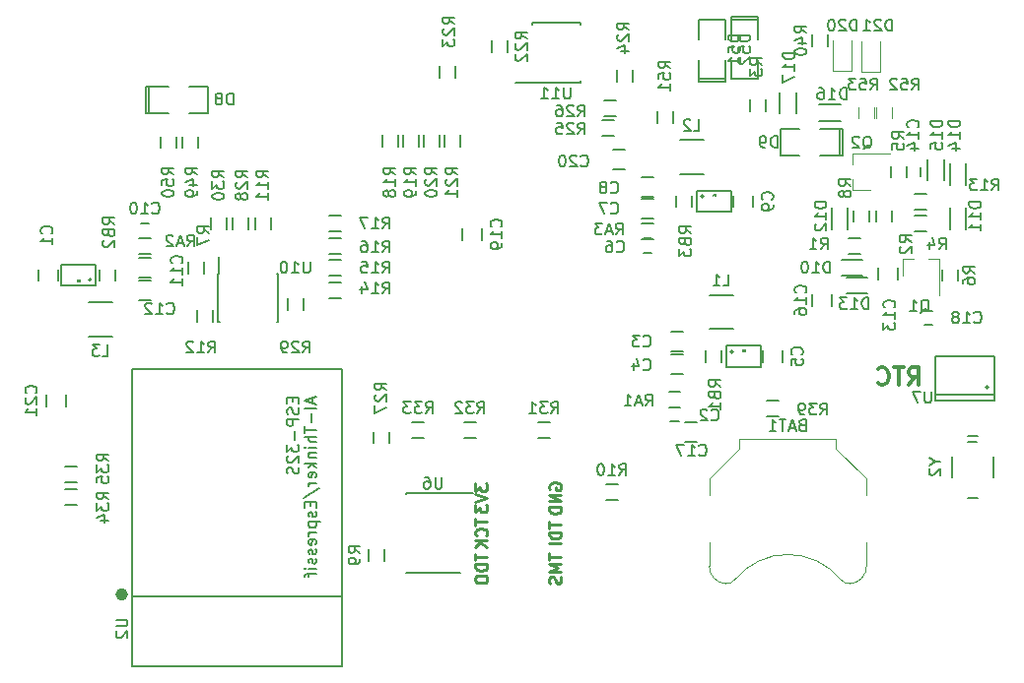
<source format=gbo>
G04 #@! TF.FileFunction,Legend,Bot*
%FSLAX46Y46*%
G04 Gerber Fmt 4.6, Leading zero omitted, Abs format (unit mm)*
G04 Created by KiCad (PCBNEW 4.0.7+dfsg1-1) date Thu Sep 28 11:42:50 2017*
%MOMM*%
%LPD*%
G01*
G04 APERTURE LIST*
%ADD10C,0.100000*%
%ADD11C,0.250000*%
%ADD12C,0.300000*%
%ADD13C,0.150000*%
%ADD14C,0.120000*%
%ADD15C,0.500000*%
%ADD16C,0.037500*%
G04 APERTURE END LIST*
D10*
D11*
X137748381Y-105854286D02*
X137748381Y-106425715D01*
X138748381Y-106140000D02*
X137748381Y-106140000D01*
X138653143Y-107330477D02*
X138700762Y-107282858D01*
X138748381Y-107140001D01*
X138748381Y-107044763D01*
X138700762Y-106901905D01*
X138605524Y-106806667D01*
X138510286Y-106759048D01*
X138319810Y-106711429D01*
X138176952Y-106711429D01*
X137986476Y-106759048D01*
X137891238Y-106806667D01*
X137796000Y-106901905D01*
X137748381Y-107044763D01*
X137748381Y-107140001D01*
X137796000Y-107282858D01*
X137843619Y-107330477D01*
X138748381Y-107759048D02*
X137748381Y-107759048D01*
X138748381Y-108330477D02*
X138176952Y-107901905D01*
X137748381Y-108330477D02*
X138319810Y-107759048D01*
X137748381Y-102853905D02*
X137748381Y-103472953D01*
X138129333Y-103139619D01*
X138129333Y-103282477D01*
X138176952Y-103377715D01*
X138224571Y-103425334D01*
X138319810Y-103472953D01*
X138557905Y-103472953D01*
X138653143Y-103425334D01*
X138700762Y-103377715D01*
X138748381Y-103282477D01*
X138748381Y-102996762D01*
X138700762Y-102901524D01*
X138653143Y-102853905D01*
X137748381Y-103758667D02*
X138748381Y-104092000D01*
X137748381Y-104425334D01*
X137748381Y-104663429D02*
X137748381Y-105282477D01*
X138129333Y-104949143D01*
X138129333Y-105092001D01*
X138176952Y-105187239D01*
X138224571Y-105234858D01*
X138319810Y-105282477D01*
X138557905Y-105282477D01*
X138653143Y-105234858D01*
X138700762Y-105187239D01*
X138748381Y-105092001D01*
X138748381Y-104806286D01*
X138700762Y-104711048D01*
X138653143Y-104663429D01*
X137748381Y-108878476D02*
X137748381Y-109449905D01*
X138748381Y-109164190D02*
X137748381Y-109164190D01*
X138748381Y-109783238D02*
X137748381Y-109783238D01*
X137748381Y-110021333D01*
X137796000Y-110164191D01*
X137891238Y-110259429D01*
X137986476Y-110307048D01*
X138176952Y-110354667D01*
X138319810Y-110354667D01*
X138510286Y-110307048D01*
X138605524Y-110259429D01*
X138700762Y-110164191D01*
X138748381Y-110021333D01*
X138748381Y-109783238D01*
X137748381Y-110973714D02*
X137748381Y-111164191D01*
X137796000Y-111259429D01*
X137891238Y-111354667D01*
X138081714Y-111402286D01*
X138415048Y-111402286D01*
X138605524Y-111354667D01*
X138700762Y-111259429D01*
X138748381Y-111164191D01*
X138748381Y-110973714D01*
X138700762Y-110878476D01*
X138605524Y-110783238D01*
X138415048Y-110735619D01*
X138081714Y-110735619D01*
X137891238Y-110783238D01*
X137796000Y-110878476D01*
X137748381Y-110973714D01*
X144146000Y-103330096D02*
X144098381Y-103234858D01*
X144098381Y-103092001D01*
X144146000Y-102949143D01*
X144241238Y-102853905D01*
X144336476Y-102806286D01*
X144526952Y-102758667D01*
X144669810Y-102758667D01*
X144860286Y-102806286D01*
X144955524Y-102853905D01*
X145050762Y-102949143D01*
X145098381Y-103092001D01*
X145098381Y-103187239D01*
X145050762Y-103330096D01*
X145003143Y-103377715D01*
X144669810Y-103377715D01*
X144669810Y-103187239D01*
X145098381Y-103806286D02*
X144098381Y-103806286D01*
X145098381Y-104377715D01*
X144098381Y-104377715D01*
X145098381Y-104853905D02*
X144098381Y-104853905D01*
X144098381Y-105092000D01*
X144146000Y-105234858D01*
X144241238Y-105330096D01*
X144336476Y-105377715D01*
X144526952Y-105425334D01*
X144669810Y-105425334D01*
X144860286Y-105377715D01*
X144955524Y-105330096D01*
X145050762Y-105234858D01*
X145098381Y-105092000D01*
X145098381Y-104853905D01*
X144098381Y-106116191D02*
X144098381Y-106687620D01*
X145098381Y-106401905D02*
X144098381Y-106401905D01*
X145098381Y-107020953D02*
X144098381Y-107020953D01*
X144098381Y-107259048D01*
X144146000Y-107401906D01*
X144241238Y-107497144D01*
X144336476Y-107544763D01*
X144526952Y-107592382D01*
X144669810Y-107592382D01*
X144860286Y-107544763D01*
X144955524Y-107497144D01*
X145050762Y-107401906D01*
X145098381Y-107259048D01*
X145098381Y-107020953D01*
X145098381Y-108020953D02*
X144098381Y-108020953D01*
X144098381Y-108854667D02*
X144098381Y-109426096D01*
X145098381Y-109140381D02*
X144098381Y-109140381D01*
X145098381Y-109759429D02*
X144098381Y-109759429D01*
X144812667Y-110092763D01*
X144098381Y-110426096D01*
X145098381Y-110426096D01*
X145050762Y-110854667D02*
X145098381Y-110997524D01*
X145098381Y-111235620D01*
X145050762Y-111330858D01*
X145003143Y-111378477D01*
X144907905Y-111426096D01*
X144812667Y-111426096D01*
X144717429Y-111378477D01*
X144669810Y-111330858D01*
X144622190Y-111235620D01*
X144574571Y-111045143D01*
X144526952Y-110949905D01*
X144479333Y-110902286D01*
X144384095Y-110854667D01*
X144288857Y-110854667D01*
X144193619Y-110902286D01*
X144146000Y-110949905D01*
X144098381Y-111045143D01*
X144098381Y-111283239D01*
X144146000Y-111426096D01*
D12*
X174967142Y-94356571D02*
X175467142Y-93642286D01*
X175824285Y-94356571D02*
X175824285Y-92856571D01*
X175252857Y-92856571D01*
X175109999Y-92928000D01*
X175038571Y-92999429D01*
X174967142Y-93142286D01*
X174967142Y-93356571D01*
X175038571Y-93499429D01*
X175109999Y-93570857D01*
X175252857Y-93642286D01*
X175824285Y-93642286D01*
X174538571Y-92856571D02*
X173681428Y-92856571D01*
X174109999Y-94356571D02*
X174109999Y-92856571D01*
X172324285Y-94213714D02*
X172395714Y-94285143D01*
X172610000Y-94356571D01*
X172752857Y-94356571D01*
X172967142Y-94285143D01*
X173110000Y-94142286D01*
X173181428Y-93999429D01*
X173252857Y-93713714D01*
X173252857Y-93499429D01*
X173181428Y-93213714D01*
X173110000Y-93070857D01*
X172967142Y-92928000D01*
X172752857Y-92856571D01*
X172610000Y-92856571D01*
X172395714Y-92928000D01*
X172324285Y-92999429D01*
D13*
X153369000Y-70826000D02*
X153369000Y-71826000D01*
X154719000Y-71826000D02*
X154719000Y-70826000D01*
X159759000Y-62944000D02*
X159759000Y-62690000D01*
X159759000Y-62690000D02*
X162045000Y-62690000D01*
X162045000Y-62690000D02*
X162045000Y-62944000D01*
X159759000Y-62944000D02*
X162045000Y-62944000D01*
X162045000Y-62944000D02*
X162045000Y-64595000D01*
X159759000Y-66373000D02*
X159759000Y-68024000D01*
X159759000Y-68024000D02*
X162045000Y-68024000D01*
X162045000Y-68024000D02*
X162045000Y-66373000D01*
X159759000Y-64595000D02*
X159759000Y-62944000D01*
X159251000Y-68024000D02*
X159251000Y-68278000D01*
X159251000Y-68278000D02*
X156965000Y-68278000D01*
X156965000Y-68278000D02*
X156965000Y-68024000D01*
X159251000Y-68024000D02*
X156965000Y-68024000D01*
X156965000Y-68024000D02*
X156965000Y-66373000D01*
X159251000Y-64595000D02*
X159251000Y-62944000D01*
X159251000Y-62944000D02*
X156965000Y-62944000D01*
X156965000Y-62944000D02*
X156965000Y-64595000D01*
X159251000Y-66373000D02*
X159251000Y-68024000D01*
X157870000Y-89565000D02*
X159870000Y-89565000D01*
X159870000Y-86615000D02*
X157870000Y-86615000D01*
X159886803Y-91500000D02*
G75*
G03X159886803Y-91500000I-111803J0D01*
G01*
X159275000Y-92800000D02*
X162275000Y-92800000D01*
X162275000Y-92800000D02*
X162275000Y-91000000D01*
X162275000Y-91000000D02*
X159275000Y-91000000D01*
X159275000Y-91000000D02*
X159275000Y-92800000D01*
X155330000Y-76230000D02*
X157330000Y-76230000D01*
X157330000Y-73280000D02*
X155330000Y-73280000D01*
X157346803Y-78135000D02*
G75*
G03X157346803Y-78135000I-111803J0D01*
G01*
X156735000Y-79435000D02*
X159735000Y-79435000D01*
X159735000Y-79435000D02*
X159735000Y-77635000D01*
X159735000Y-77635000D02*
X156735000Y-77635000D01*
X156735000Y-77635000D02*
X156735000Y-79435000D01*
X106530000Y-87250000D02*
X104530000Y-87250000D01*
X104530000Y-90200000D02*
X106530000Y-90200000D01*
X104736803Y-85315000D02*
G75*
G03X104736803Y-85315000I-111803J0D01*
G01*
X105125000Y-84015000D02*
X102125000Y-84015000D01*
X102125000Y-84015000D02*
X102125000Y-85815000D01*
X102125000Y-85815000D02*
X105125000Y-85815000D01*
X105125000Y-85815000D02*
X105125000Y-84015000D01*
X100235000Y-85415000D02*
X100235000Y-84415000D01*
X101935000Y-84415000D02*
X101935000Y-85415000D01*
X155560000Y-91480000D02*
X154560000Y-91480000D01*
X154560000Y-89780000D02*
X155560000Y-89780000D01*
X155560000Y-93385000D02*
X154560000Y-93385000D01*
X154560000Y-91685000D02*
X155560000Y-91685000D01*
X164165000Y-91400000D02*
X164165000Y-92400000D01*
X162465000Y-92400000D02*
X162465000Y-91400000D01*
X153020000Y-80050000D02*
X152020000Y-80050000D01*
X152020000Y-78350000D02*
X153020000Y-78350000D01*
X153020000Y-78145000D02*
X152020000Y-78145000D01*
X152020000Y-76445000D02*
X153020000Y-76445000D01*
X161625000Y-78065000D02*
X161625000Y-79065000D01*
X159925000Y-79065000D02*
X159925000Y-78065000D01*
X108840000Y-83430000D02*
X109840000Y-83430000D01*
X109840000Y-85130000D02*
X108840000Y-85130000D01*
X108840000Y-85335000D02*
X109840000Y-85335000D01*
X109840000Y-87035000D02*
X108840000Y-87035000D01*
X109721000Y-70945000D02*
X109467000Y-70945000D01*
X109467000Y-70945000D02*
X109467000Y-68659000D01*
X109467000Y-68659000D02*
X109721000Y-68659000D01*
X109721000Y-70945000D02*
X109721000Y-68659000D01*
X109721000Y-68659000D02*
X111372000Y-68659000D01*
X113150000Y-70945000D02*
X114801000Y-70945000D01*
X114801000Y-70945000D02*
X114801000Y-68659000D01*
X114801000Y-68659000D02*
X113150000Y-68659000D01*
X111372000Y-70945000D02*
X109721000Y-70945000D01*
X169030000Y-72342000D02*
X169284000Y-72342000D01*
X169284000Y-72342000D02*
X169284000Y-74628000D01*
X169284000Y-74628000D02*
X169030000Y-74628000D01*
X169030000Y-72342000D02*
X169030000Y-74628000D01*
X169030000Y-74628000D02*
X167379000Y-74628000D01*
X165601000Y-72342000D02*
X163950000Y-72342000D01*
X163950000Y-72342000D02*
X163950000Y-74628000D01*
X163950000Y-74628000D02*
X165601000Y-74628000D01*
X167379000Y-72342000D02*
X169030000Y-72342000D01*
X181857000Y-94567000D02*
G75*
G03X181857000Y-94567000I-127000J0D01*
G01*
X182365000Y-95202000D02*
X177285000Y-95202000D01*
X182365000Y-91900000D02*
X177285000Y-91900000D01*
X182365000Y-95710000D02*
X177285000Y-95710000D01*
X182365000Y-95710000D02*
X182365000Y-91900000D01*
X177285000Y-95710000D02*
X177285000Y-91900000D01*
X174071000Y-84288000D02*
X174071000Y-85288000D01*
X172371000Y-85288000D02*
X172371000Y-84288000D01*
X169200000Y-83580000D02*
X171000000Y-83580000D01*
X169200000Y-84980000D02*
X171000000Y-84980000D01*
X178490000Y-80935000D02*
X178490000Y-79135000D01*
X179890000Y-80935000D02*
X179890000Y-79135000D01*
X177985000Y-74925000D02*
X177985000Y-76725000D01*
X176585000Y-74925000D02*
X176585000Y-76725000D01*
X168330000Y-80935000D02*
X168330000Y-79135000D01*
X169730000Y-80935000D02*
X169730000Y-79135000D01*
D14*
X174435000Y-83520000D02*
X175365000Y-83520000D01*
X177595000Y-83520000D02*
X176665000Y-83520000D01*
X177595000Y-83520000D02*
X177595000Y-86680000D01*
X174435000Y-83520000D02*
X174435000Y-84980000D01*
X170175000Y-77605000D02*
X170175000Y-76675000D01*
X170175000Y-74445000D02*
X170175000Y-75375000D01*
X170175000Y-74445000D02*
X173335000Y-74445000D01*
X170175000Y-77605000D02*
X171635000Y-77605000D01*
D13*
X154510000Y-97510000D02*
X155210000Y-97510000D01*
X155210000Y-96310000D02*
X154510000Y-96310000D01*
X152170000Y-82975000D02*
X152870000Y-82975000D01*
X152870000Y-81775000D02*
X152170000Y-81775000D01*
X109690000Y-80505000D02*
X108990000Y-80505000D01*
X108990000Y-81705000D02*
X109690000Y-81705000D01*
X174780000Y-75675000D02*
X174780000Y-76375000D01*
X175980000Y-76375000D02*
X175980000Y-75675000D01*
X170800000Y-81700000D02*
X169800000Y-81700000D01*
X169800000Y-83050000D02*
X170800000Y-83050000D01*
X172165000Y-79335000D02*
X172165000Y-80335000D01*
X173515000Y-80335000D02*
X173515000Y-79335000D01*
X175515000Y-81145000D02*
X176515000Y-81145000D01*
X176515000Y-79795000D02*
X175515000Y-79795000D01*
X174785000Y-76525000D02*
X174785000Y-75525000D01*
X173435000Y-75525000D02*
X173435000Y-76525000D01*
X179230000Y-85415000D02*
X179230000Y-84415000D01*
X177880000Y-84415000D02*
X177880000Y-85415000D01*
X114460000Y-84780000D02*
X114460000Y-83780000D01*
X113110000Y-83780000D02*
X113110000Y-84780000D01*
X170260000Y-79335000D02*
X170260000Y-80335000D01*
X171610000Y-80335000D02*
X171610000Y-79335000D01*
X129955000Y-109500000D02*
X129955000Y-108500000D01*
X128605000Y-108500000D02*
X128605000Y-109500000D01*
X148972000Y-104259000D02*
X149972000Y-104259000D01*
X149972000Y-102909000D02*
X148972000Y-102909000D01*
X175515000Y-79240000D02*
X176515000Y-79240000D01*
X176515000Y-77890000D02*
X175515000Y-77890000D01*
X155360000Y-94965000D02*
X154360000Y-94965000D01*
X154360000Y-96315000D02*
X155360000Y-96315000D01*
X108840000Y-83050000D02*
X109840000Y-83050000D01*
X109840000Y-81700000D02*
X108840000Y-81700000D01*
X153020000Y-80430000D02*
X152020000Y-80430000D01*
X152020000Y-81780000D02*
X153020000Y-81780000D01*
X158910000Y-92400000D02*
X158910000Y-91400000D01*
X157560000Y-91400000D02*
X157560000Y-92400000D01*
X105490000Y-84415000D02*
X105490000Y-85415000D01*
X106840000Y-85415000D02*
X106840000Y-84415000D01*
X156370000Y-79065000D02*
X156370000Y-78065000D01*
X155020000Y-78065000D02*
X155020000Y-79065000D01*
X125182000Y-86860000D02*
X126182000Y-86860000D01*
X126182000Y-85510000D02*
X125182000Y-85510000D01*
X125182000Y-84954000D02*
X126182000Y-84954000D01*
X126182000Y-83604000D02*
X125182000Y-83604000D01*
X125182000Y-83050000D02*
X126182000Y-83050000D01*
X126182000Y-81700000D02*
X125182000Y-81700000D01*
X125182000Y-81145000D02*
X126182000Y-81145000D01*
X126182000Y-79795000D02*
X125182000Y-79795000D01*
X129747000Y-72858000D02*
X129747000Y-73858000D01*
X131097000Y-73858000D02*
X131097000Y-72858000D01*
X131525000Y-72858000D02*
X131525000Y-73858000D01*
X132875000Y-73858000D02*
X132875000Y-72858000D01*
X133303000Y-72858000D02*
X133303000Y-73858000D01*
X134653000Y-73858000D02*
X134653000Y-72858000D01*
X135081000Y-72858000D02*
X135081000Y-73858000D01*
X136431000Y-73858000D02*
X136431000Y-72858000D01*
X115655000Y-84745000D02*
X115705000Y-84745000D01*
X115655000Y-88895000D02*
X115800000Y-88895000D01*
X120805000Y-88895000D02*
X120660000Y-88895000D01*
X120805000Y-84745000D02*
X120660000Y-84745000D01*
X115655000Y-84745000D02*
X115655000Y-88895000D01*
X120805000Y-84745000D02*
X120805000Y-88895000D01*
X115705000Y-84745000D02*
X115705000Y-83345000D01*
X176300000Y-89198000D02*
X177000000Y-89198000D01*
X177000000Y-87998000D02*
X176300000Y-87998000D01*
X142605000Y-68375000D02*
X142605000Y-68325000D01*
X146755000Y-68375000D02*
X146755000Y-68230000D01*
X146755000Y-63225000D02*
X146755000Y-63370000D01*
X142605000Y-63225000D02*
X142605000Y-63370000D01*
X142605000Y-68375000D02*
X146755000Y-68375000D01*
X142605000Y-63225000D02*
X146755000Y-63225000D01*
X142605000Y-68325000D02*
X141205000Y-68325000D01*
X171400000Y-86504000D02*
X169600000Y-86504000D01*
X171400000Y-85104000D02*
X169600000Y-85104000D01*
X178490000Y-77125000D02*
X178490000Y-75325000D01*
X179890000Y-77125000D02*
X179890000Y-75325000D01*
D15*
X107638415Y-112384338D02*
G75*
G03X107638415Y-112384338I-283981J0D01*
G01*
D13*
X126260434Y-112530338D02*
X108260434Y-112530338D01*
X108260434Y-118530338D02*
X108260434Y-93030338D01*
X126260434Y-118530338D02*
X126260434Y-93030338D01*
X126260434Y-93030338D02*
X108260434Y-93030338D01*
X126260434Y-118530338D02*
X108260434Y-118530338D01*
X167295000Y-70245000D02*
X169095000Y-70245000D01*
X167295000Y-71645000D02*
X169095000Y-71645000D01*
X165285000Y-69210000D02*
X165285000Y-71010000D01*
X163885000Y-69210000D02*
X163885000Y-71010000D01*
X161370000Y-69810000D02*
X161370000Y-70810000D01*
X162720000Y-70810000D02*
X162720000Y-69810000D01*
X139145000Y-64730000D02*
X139145000Y-65730000D01*
X140495000Y-65730000D02*
X140495000Y-64730000D01*
X134700000Y-66932000D02*
X134700000Y-67932000D01*
X136050000Y-67932000D02*
X136050000Y-66932000D01*
X149940000Y-67270000D02*
X149940000Y-68270000D01*
X151290000Y-68270000D02*
X151290000Y-67270000D01*
X148675000Y-72890000D02*
X149675000Y-72890000D01*
X149675000Y-71540000D02*
X148675000Y-71540000D01*
X148780000Y-71275000D02*
X149780000Y-71275000D01*
X149780000Y-69925000D02*
X148780000Y-69925000D01*
X131780000Y-103690000D02*
X131780000Y-103790000D01*
X131780000Y-110515000D02*
X131780000Y-110490000D01*
X136430000Y-110515000D02*
X136430000Y-110490000D01*
X137505000Y-103690000D02*
X131780000Y-103690000D01*
X136430000Y-110515000D02*
X131780000Y-110515000D01*
X120175000Y-80970000D02*
X120175000Y-79970000D01*
X118825000Y-79970000D02*
X118825000Y-80970000D01*
X113805000Y-87900000D02*
X113805000Y-88900000D01*
X115155000Y-88900000D02*
X115155000Y-87900000D01*
X128985000Y-98385000D02*
X128985000Y-99385000D01*
X130335000Y-99385000D02*
X130335000Y-98385000D01*
X118270000Y-80970000D02*
X118270000Y-79970000D01*
X116920000Y-79970000D02*
X116920000Y-80970000D01*
X122955000Y-87900000D02*
X122955000Y-86900000D01*
X121605000Y-86900000D02*
X121605000Y-87900000D01*
X116365000Y-80970000D02*
X116365000Y-79970000D01*
X115015000Y-79970000D02*
X115015000Y-80970000D01*
X143130000Y-98925000D02*
X144130000Y-98925000D01*
X144130000Y-97575000D02*
X143130000Y-97575000D01*
X136780000Y-98925000D02*
X137780000Y-98925000D01*
X137780000Y-97575000D02*
X136780000Y-97575000D01*
X132335000Y-98925000D02*
X133335000Y-98925000D01*
X133335000Y-97575000D02*
X132335000Y-97575000D01*
X103490000Y-103290000D02*
X102490000Y-103290000D01*
X102490000Y-104640000D02*
X103490000Y-104640000D01*
X180079000Y-99266000D02*
X180841000Y-99266000D01*
X182260000Y-100525000D02*
X182260000Y-102325000D01*
X180860000Y-104125000D02*
X180060000Y-104125000D01*
X178660000Y-102325000D02*
X178660000Y-100525000D01*
X180060000Y-98725000D02*
X180860000Y-98725000D01*
X103490000Y-101385000D02*
X102490000Y-101385000D01*
X102490000Y-102735000D02*
X103490000Y-102735000D01*
X168356000Y-86574000D02*
X168356000Y-87574000D01*
X166656000Y-87574000D02*
X166656000Y-86574000D01*
X162815000Y-97020000D02*
X163815000Y-97020000D01*
X163815000Y-95670000D02*
X162815000Y-95670000D01*
X166704000Y-64222000D02*
X166704000Y-65222000D01*
X168054000Y-65222000D02*
X168054000Y-64222000D01*
X156780000Y-99250000D02*
X155780000Y-99250000D01*
X155780000Y-97550000D02*
X156780000Y-97550000D01*
X138330000Y-80900000D02*
X138330000Y-81900000D01*
X136630000Y-81900000D02*
X136630000Y-80900000D01*
X149580000Y-74150000D02*
X150580000Y-74150000D01*
X150580000Y-75850000D02*
X149580000Y-75850000D01*
X100870000Y-96210000D02*
X100870000Y-95210000D01*
X102570000Y-95210000D02*
X102570000Y-96210000D01*
X112602000Y-72985000D02*
X112602000Y-73985000D01*
X113952000Y-73985000D02*
X113952000Y-72985000D01*
X110697000Y-72985000D02*
X110697000Y-73985000D01*
X112047000Y-73985000D02*
X112047000Y-72985000D01*
D14*
X170084000Y-67338000D02*
X168484000Y-67338000D01*
X168484000Y-67338000D02*
X168484000Y-64738000D01*
X170084000Y-67338000D02*
X170084000Y-64738000D01*
X172497000Y-67431000D02*
X170897000Y-67431000D01*
X170897000Y-67431000D02*
X170897000Y-64831000D01*
X172497000Y-67431000D02*
X172497000Y-64831000D01*
X172160000Y-70445000D02*
X172160000Y-71445000D01*
X173520000Y-71445000D02*
X173520000Y-70445000D01*
X170636000Y-70445000D02*
X170636000Y-71445000D01*
X171996000Y-71445000D02*
X171996000Y-70445000D01*
X159170385Y-111454160D02*
G75*
G03X160085000Y-111070000I124615J984160D01*
G01*
X169999615Y-111454160D02*
G75*
G02X169085000Y-111070000I-124615J984160D01*
G01*
X160094339Y-111058671D02*
G75*
G02X169085000Y-111070000I4490661J-3711329D01*
G01*
X157835000Y-109920000D02*
G75*
G03X159285000Y-111470000I1500000J-50000D01*
G01*
X171335000Y-109920000D02*
G75*
G02X169885000Y-111470000I-1500000J-50000D01*
G01*
X157835000Y-107870000D02*
X157835000Y-109970000D01*
X171335000Y-107870000D02*
X171335000Y-109970000D01*
X171335000Y-103870000D02*
X171335000Y-102420000D01*
X171335000Y-102420000D02*
X168735000Y-99820000D01*
X168735000Y-99820000D02*
X168735000Y-99020000D01*
X168735000Y-99020000D02*
X160435000Y-99020000D01*
X160435000Y-99020000D02*
X160435000Y-99820000D01*
X160435000Y-99820000D02*
X157835000Y-102420000D01*
X157835000Y-102420000D02*
X157835000Y-103870000D01*
D13*
X154496381Y-67127143D02*
X154020190Y-66793809D01*
X154496381Y-66555714D02*
X153496381Y-66555714D01*
X153496381Y-66936667D01*
X153544000Y-67031905D01*
X153591619Y-67079524D01*
X153686857Y-67127143D01*
X153829714Y-67127143D01*
X153924952Y-67079524D01*
X153972571Y-67031905D01*
X154020190Y-66936667D01*
X154020190Y-66555714D01*
X153496381Y-68031905D02*
X153496381Y-67555714D01*
X153972571Y-67508095D01*
X153924952Y-67555714D01*
X153877333Y-67650952D01*
X153877333Y-67889048D01*
X153924952Y-67984286D01*
X153972571Y-68031905D01*
X154067810Y-68079524D01*
X154305905Y-68079524D01*
X154401143Y-68031905D01*
X154448762Y-67984286D01*
X154496381Y-67889048D01*
X154496381Y-67650952D01*
X154448762Y-67555714D01*
X154401143Y-67508095D01*
X154496381Y-69031905D02*
X154496381Y-68460476D01*
X154496381Y-68746190D02*
X153496381Y-68746190D01*
X153639238Y-68650952D01*
X153734476Y-68555714D01*
X153782095Y-68460476D01*
X161354381Y-64269714D02*
X160354381Y-64269714D01*
X160354381Y-64507809D01*
X160402000Y-64650667D01*
X160497238Y-64745905D01*
X160592476Y-64793524D01*
X160782952Y-64841143D01*
X160925810Y-64841143D01*
X161116286Y-64793524D01*
X161211524Y-64745905D01*
X161306762Y-64650667D01*
X161354381Y-64507809D01*
X161354381Y-64269714D01*
X160354381Y-65745905D02*
X160354381Y-65269714D01*
X160830571Y-65222095D01*
X160782952Y-65269714D01*
X160735333Y-65364952D01*
X160735333Y-65603048D01*
X160782952Y-65698286D01*
X160830571Y-65745905D01*
X160925810Y-65793524D01*
X161163905Y-65793524D01*
X161259143Y-65745905D01*
X161306762Y-65698286D01*
X161354381Y-65603048D01*
X161354381Y-65364952D01*
X161306762Y-65269714D01*
X161259143Y-65222095D01*
X160449619Y-66174476D02*
X160402000Y-66222095D01*
X160354381Y-66317333D01*
X160354381Y-66555429D01*
X160402000Y-66650667D01*
X160449619Y-66698286D01*
X160544857Y-66745905D01*
X160640095Y-66745905D01*
X160782952Y-66698286D01*
X161354381Y-66126857D01*
X161354381Y-66745905D01*
X160465381Y-64269714D02*
X159465381Y-64269714D01*
X159465381Y-64507809D01*
X159513000Y-64650667D01*
X159608238Y-64745905D01*
X159703476Y-64793524D01*
X159893952Y-64841143D01*
X160036810Y-64841143D01*
X160227286Y-64793524D01*
X160322524Y-64745905D01*
X160417762Y-64650667D01*
X160465381Y-64507809D01*
X160465381Y-64269714D01*
X159465381Y-65745905D02*
X159465381Y-65269714D01*
X159941571Y-65222095D01*
X159893952Y-65269714D01*
X159846333Y-65364952D01*
X159846333Y-65603048D01*
X159893952Y-65698286D01*
X159941571Y-65745905D01*
X160036810Y-65793524D01*
X160274905Y-65793524D01*
X160370143Y-65745905D01*
X160417762Y-65698286D01*
X160465381Y-65603048D01*
X160465381Y-65364952D01*
X160417762Y-65269714D01*
X160370143Y-65222095D01*
X160465381Y-66745905D02*
X160465381Y-66174476D01*
X160465381Y-66460190D02*
X159465381Y-66460190D01*
X159608238Y-66364952D01*
X159703476Y-66269714D01*
X159751095Y-66174476D01*
X159036666Y-85842381D02*
X159512857Y-85842381D01*
X159512857Y-84842381D01*
X158179523Y-85842381D02*
X158750952Y-85842381D01*
X158465238Y-85842381D02*
X158465238Y-84842381D01*
X158560476Y-84985238D01*
X158655714Y-85080476D01*
X158750952Y-85128095D01*
D16*
X160889286Y-91317857D02*
X160889286Y-91439286D01*
X160882143Y-91453571D01*
X160875000Y-91460714D01*
X160860714Y-91467857D01*
X160832143Y-91467857D01*
X160817857Y-91460714D01*
X160810714Y-91453571D01*
X160803571Y-91439286D01*
X160803571Y-91317857D01*
X160746428Y-91317857D02*
X160653571Y-91317857D01*
X160703571Y-91375000D01*
X160682143Y-91375000D01*
X160667857Y-91382143D01*
X160660714Y-91389286D01*
X160653571Y-91403571D01*
X160653571Y-91439286D01*
X160660714Y-91453571D01*
X160667857Y-91460714D01*
X160682143Y-91467857D01*
X160725000Y-91467857D01*
X160739286Y-91460714D01*
X160746428Y-91453571D01*
D13*
X156496666Y-72507381D02*
X156972857Y-72507381D01*
X156972857Y-71507381D01*
X156210952Y-71602619D02*
X156163333Y-71555000D01*
X156068095Y-71507381D01*
X155829999Y-71507381D01*
X155734761Y-71555000D01*
X155687142Y-71602619D01*
X155639523Y-71697857D01*
X155639523Y-71793095D01*
X155687142Y-71935952D01*
X156258571Y-72507381D01*
X155639523Y-72507381D01*
D16*
X158349286Y-77952857D02*
X158349286Y-78074286D01*
X158342143Y-78088571D01*
X158335000Y-78095714D01*
X158320714Y-78102857D01*
X158292143Y-78102857D01*
X158277857Y-78095714D01*
X158270714Y-78088571D01*
X158263571Y-78074286D01*
X158263571Y-77952857D01*
X158127857Y-78002857D02*
X158127857Y-78102857D01*
X158163571Y-77945714D02*
X158199286Y-78052857D01*
X158106428Y-78052857D01*
D13*
X105696666Y-91877381D02*
X106172857Y-91877381D01*
X106172857Y-90877381D01*
X105458571Y-90877381D02*
X104839523Y-90877381D01*
X105172857Y-91258333D01*
X105029999Y-91258333D01*
X104934761Y-91305952D01*
X104887142Y-91353571D01*
X104839523Y-91448810D01*
X104839523Y-91686905D01*
X104887142Y-91782143D01*
X104934761Y-91829762D01*
X105029999Y-91877381D01*
X105315714Y-91877381D01*
X105410952Y-91829762D01*
X105458571Y-91782143D01*
D16*
X103739286Y-85332857D02*
X103739286Y-85454286D01*
X103732143Y-85468571D01*
X103725000Y-85475714D01*
X103710714Y-85482857D01*
X103682143Y-85482857D01*
X103667857Y-85475714D01*
X103660714Y-85468571D01*
X103653571Y-85454286D01*
X103653571Y-85332857D01*
X103510714Y-85332857D02*
X103582143Y-85332857D01*
X103589286Y-85404286D01*
X103582143Y-85397143D01*
X103567857Y-85390000D01*
X103532143Y-85390000D01*
X103517857Y-85397143D01*
X103510714Y-85404286D01*
X103503571Y-85418571D01*
X103503571Y-85454286D01*
X103510714Y-85468571D01*
X103517857Y-85475714D01*
X103532143Y-85482857D01*
X103567857Y-85482857D01*
X103582143Y-85475714D01*
X103589286Y-85468571D01*
D13*
X101315143Y-81319334D02*
X101362762Y-81271715D01*
X101410381Y-81128858D01*
X101410381Y-81033620D01*
X101362762Y-80890762D01*
X101267524Y-80795524D01*
X101172286Y-80747905D01*
X100981810Y-80700286D01*
X100838952Y-80700286D01*
X100648476Y-80747905D01*
X100553238Y-80795524D01*
X100458000Y-80890762D01*
X100410381Y-81033620D01*
X100410381Y-81128858D01*
X100458000Y-81271715D01*
X100505619Y-81319334D01*
X101410381Y-82271715D02*
X101410381Y-81700286D01*
X101410381Y-81986000D02*
X100410381Y-81986000D01*
X100553238Y-81890762D01*
X100648476Y-81795524D01*
X100696095Y-81700286D01*
X152178666Y-90987143D02*
X152226285Y-91034762D01*
X152369142Y-91082381D01*
X152464380Y-91082381D01*
X152607238Y-91034762D01*
X152702476Y-90939524D01*
X152750095Y-90844286D01*
X152797714Y-90653810D01*
X152797714Y-90510952D01*
X152750095Y-90320476D01*
X152702476Y-90225238D01*
X152607238Y-90130000D01*
X152464380Y-90082381D01*
X152369142Y-90082381D01*
X152226285Y-90130000D01*
X152178666Y-90177619D01*
X151845333Y-90082381D02*
X151226285Y-90082381D01*
X151559619Y-90463333D01*
X151416761Y-90463333D01*
X151321523Y-90510952D01*
X151273904Y-90558571D01*
X151226285Y-90653810D01*
X151226285Y-90891905D01*
X151273904Y-90987143D01*
X151321523Y-91034762D01*
X151416761Y-91082381D01*
X151702476Y-91082381D01*
X151797714Y-91034762D01*
X151845333Y-90987143D01*
X152178666Y-93019143D02*
X152226285Y-93066762D01*
X152369142Y-93114381D01*
X152464380Y-93114381D01*
X152607238Y-93066762D01*
X152702476Y-92971524D01*
X152750095Y-92876286D01*
X152797714Y-92685810D01*
X152797714Y-92542952D01*
X152750095Y-92352476D01*
X152702476Y-92257238D01*
X152607238Y-92162000D01*
X152464380Y-92114381D01*
X152369142Y-92114381D01*
X152226285Y-92162000D01*
X152178666Y-92209619D01*
X151321523Y-92447714D02*
X151321523Y-93114381D01*
X151559619Y-92066762D02*
X151797714Y-92781048D01*
X151178666Y-92781048D01*
X165772143Y-91733334D02*
X165819762Y-91685715D01*
X165867381Y-91542858D01*
X165867381Y-91447620D01*
X165819762Y-91304762D01*
X165724524Y-91209524D01*
X165629286Y-91161905D01*
X165438810Y-91114286D01*
X165295952Y-91114286D01*
X165105476Y-91161905D01*
X165010238Y-91209524D01*
X164915000Y-91304762D01*
X164867381Y-91447620D01*
X164867381Y-91542858D01*
X164915000Y-91685715D01*
X164962619Y-91733334D01*
X164867381Y-92638096D02*
X164867381Y-92161905D01*
X165343571Y-92114286D01*
X165295952Y-92161905D01*
X165248333Y-92257143D01*
X165248333Y-92495239D01*
X165295952Y-92590477D01*
X165343571Y-92638096D01*
X165438810Y-92685715D01*
X165676905Y-92685715D01*
X165772143Y-92638096D01*
X165819762Y-92590477D01*
X165867381Y-92495239D01*
X165867381Y-92257143D01*
X165819762Y-92161905D01*
X165772143Y-92114286D01*
X149384666Y-79557143D02*
X149432285Y-79604762D01*
X149575142Y-79652381D01*
X149670380Y-79652381D01*
X149813238Y-79604762D01*
X149908476Y-79509524D01*
X149956095Y-79414286D01*
X150003714Y-79223810D01*
X150003714Y-79080952D01*
X149956095Y-78890476D01*
X149908476Y-78795238D01*
X149813238Y-78700000D01*
X149670380Y-78652381D01*
X149575142Y-78652381D01*
X149432285Y-78700000D01*
X149384666Y-78747619D01*
X149051333Y-78652381D02*
X148384666Y-78652381D01*
X148813238Y-79652381D01*
X149384666Y-77779143D02*
X149432285Y-77826762D01*
X149575142Y-77874381D01*
X149670380Y-77874381D01*
X149813238Y-77826762D01*
X149908476Y-77731524D01*
X149956095Y-77636286D01*
X150003714Y-77445810D01*
X150003714Y-77302952D01*
X149956095Y-77112476D01*
X149908476Y-77017238D01*
X149813238Y-76922000D01*
X149670380Y-76874381D01*
X149575142Y-76874381D01*
X149432285Y-76922000D01*
X149384666Y-76969619D01*
X148813238Y-77302952D02*
X148908476Y-77255333D01*
X148956095Y-77207714D01*
X149003714Y-77112476D01*
X149003714Y-77064857D01*
X148956095Y-76969619D01*
X148908476Y-76922000D01*
X148813238Y-76874381D01*
X148622761Y-76874381D01*
X148527523Y-76922000D01*
X148479904Y-76969619D01*
X148432285Y-77064857D01*
X148432285Y-77112476D01*
X148479904Y-77207714D01*
X148527523Y-77255333D01*
X148622761Y-77302952D01*
X148813238Y-77302952D01*
X148908476Y-77350571D01*
X148956095Y-77398190D01*
X149003714Y-77493429D01*
X149003714Y-77683905D01*
X148956095Y-77779143D01*
X148908476Y-77826762D01*
X148813238Y-77874381D01*
X148622761Y-77874381D01*
X148527523Y-77826762D01*
X148479904Y-77779143D01*
X148432285Y-77683905D01*
X148432285Y-77493429D01*
X148479904Y-77398190D01*
X148527523Y-77350571D01*
X148622761Y-77302952D01*
X163232143Y-78398334D02*
X163279762Y-78350715D01*
X163327381Y-78207858D01*
X163327381Y-78112620D01*
X163279762Y-77969762D01*
X163184524Y-77874524D01*
X163089286Y-77826905D01*
X162898810Y-77779286D01*
X162755952Y-77779286D01*
X162565476Y-77826905D01*
X162470238Y-77874524D01*
X162375000Y-77969762D01*
X162327381Y-78112620D01*
X162327381Y-78207858D01*
X162375000Y-78350715D01*
X162422619Y-78398334D01*
X163327381Y-78874524D02*
X163327381Y-79065000D01*
X163279762Y-79160239D01*
X163232143Y-79207858D01*
X163089286Y-79303096D01*
X162898810Y-79350715D01*
X162517857Y-79350715D01*
X162422619Y-79303096D01*
X162375000Y-79255477D01*
X162327381Y-79160239D01*
X162327381Y-78969762D01*
X162375000Y-78874524D01*
X162422619Y-78826905D01*
X162517857Y-78779286D01*
X162755952Y-78779286D01*
X162851190Y-78826905D01*
X162898810Y-78874524D01*
X162946429Y-78969762D01*
X162946429Y-79160239D01*
X162898810Y-79255477D01*
X162851190Y-79303096D01*
X162755952Y-79350715D01*
X112491143Y-83891143D02*
X112538762Y-83843524D01*
X112586381Y-83700667D01*
X112586381Y-83605429D01*
X112538762Y-83462571D01*
X112443524Y-83367333D01*
X112348286Y-83319714D01*
X112157810Y-83272095D01*
X112014952Y-83272095D01*
X111824476Y-83319714D01*
X111729238Y-83367333D01*
X111634000Y-83462571D01*
X111586381Y-83605429D01*
X111586381Y-83700667D01*
X111634000Y-83843524D01*
X111681619Y-83891143D01*
X112586381Y-84843524D02*
X112586381Y-84272095D01*
X112586381Y-84557809D02*
X111586381Y-84557809D01*
X111729238Y-84462571D01*
X111824476Y-84367333D01*
X111872095Y-84272095D01*
X112586381Y-85795905D02*
X112586381Y-85224476D01*
X112586381Y-85510190D02*
X111586381Y-85510190D01*
X111729238Y-85414952D01*
X111824476Y-85319714D01*
X111872095Y-85224476D01*
X111252857Y-88193143D02*
X111300476Y-88240762D01*
X111443333Y-88288381D01*
X111538571Y-88288381D01*
X111681429Y-88240762D01*
X111776667Y-88145524D01*
X111824286Y-88050286D01*
X111871905Y-87859810D01*
X111871905Y-87716952D01*
X111824286Y-87526476D01*
X111776667Y-87431238D01*
X111681429Y-87336000D01*
X111538571Y-87288381D01*
X111443333Y-87288381D01*
X111300476Y-87336000D01*
X111252857Y-87383619D01*
X110300476Y-88288381D02*
X110871905Y-88288381D01*
X110586191Y-88288381D02*
X110586191Y-87288381D01*
X110681429Y-87431238D01*
X110776667Y-87526476D01*
X110871905Y-87574095D01*
X109919524Y-87383619D02*
X109871905Y-87336000D01*
X109776667Y-87288381D01*
X109538571Y-87288381D01*
X109443333Y-87336000D01*
X109395714Y-87383619D01*
X109348095Y-87478857D01*
X109348095Y-87574095D01*
X109395714Y-87716952D01*
X109967143Y-88288381D01*
X109348095Y-88288381D01*
X116936095Y-70254381D02*
X116936095Y-69254381D01*
X116698000Y-69254381D01*
X116555142Y-69302000D01*
X116459904Y-69397238D01*
X116412285Y-69492476D01*
X116364666Y-69682952D01*
X116364666Y-69825810D01*
X116412285Y-70016286D01*
X116459904Y-70111524D01*
X116555142Y-70206762D01*
X116698000Y-70254381D01*
X116936095Y-70254381D01*
X115793238Y-69682952D02*
X115888476Y-69635333D01*
X115936095Y-69587714D01*
X115983714Y-69492476D01*
X115983714Y-69444857D01*
X115936095Y-69349619D01*
X115888476Y-69302000D01*
X115793238Y-69254381D01*
X115602761Y-69254381D01*
X115507523Y-69302000D01*
X115459904Y-69349619D01*
X115412285Y-69444857D01*
X115412285Y-69492476D01*
X115459904Y-69587714D01*
X115507523Y-69635333D01*
X115602761Y-69682952D01*
X115793238Y-69682952D01*
X115888476Y-69730571D01*
X115936095Y-69778190D01*
X115983714Y-69873429D01*
X115983714Y-70063905D01*
X115936095Y-70159143D01*
X115888476Y-70206762D01*
X115793238Y-70254381D01*
X115602761Y-70254381D01*
X115507523Y-70206762D01*
X115459904Y-70159143D01*
X115412285Y-70063905D01*
X115412285Y-69873429D01*
X115459904Y-69778190D01*
X115507523Y-69730571D01*
X115602761Y-69682952D01*
X163672095Y-73937381D02*
X163672095Y-72937381D01*
X163434000Y-72937381D01*
X163291142Y-72985000D01*
X163195904Y-73080238D01*
X163148285Y-73175476D01*
X163100666Y-73365952D01*
X163100666Y-73508810D01*
X163148285Y-73699286D01*
X163195904Y-73794524D01*
X163291142Y-73889762D01*
X163434000Y-73937381D01*
X163672095Y-73937381D01*
X162624476Y-73937381D02*
X162434000Y-73937381D01*
X162338761Y-73889762D01*
X162291142Y-73842143D01*
X162195904Y-73699286D01*
X162148285Y-73508810D01*
X162148285Y-73127857D01*
X162195904Y-73032619D01*
X162243523Y-72985000D01*
X162338761Y-72937381D01*
X162529238Y-72937381D01*
X162624476Y-72985000D01*
X162672095Y-73032619D01*
X162719714Y-73127857D01*
X162719714Y-73365952D01*
X162672095Y-73461190D01*
X162624476Y-73508810D01*
X162529238Y-73556429D01*
X162338761Y-73556429D01*
X162243523Y-73508810D01*
X162195904Y-73461190D01*
X162148285Y-73365952D01*
X176903905Y-94908381D02*
X176903905Y-95717905D01*
X176856286Y-95813143D01*
X176808667Y-95860762D01*
X176713429Y-95908381D01*
X176522952Y-95908381D01*
X176427714Y-95860762D01*
X176380095Y-95813143D01*
X176332476Y-95717905D01*
X176332476Y-94908381D01*
X175951524Y-94908381D02*
X175284857Y-94908381D01*
X175713429Y-95908381D01*
X173705143Y-87701143D02*
X173752762Y-87653524D01*
X173800381Y-87510667D01*
X173800381Y-87415429D01*
X173752762Y-87272571D01*
X173657524Y-87177333D01*
X173562286Y-87129714D01*
X173371810Y-87082095D01*
X173228952Y-87082095D01*
X173038476Y-87129714D01*
X172943238Y-87177333D01*
X172848000Y-87272571D01*
X172800381Y-87415429D01*
X172800381Y-87510667D01*
X172848000Y-87653524D01*
X172895619Y-87701143D01*
X173800381Y-88653524D02*
X173800381Y-88082095D01*
X173800381Y-88367809D02*
X172800381Y-88367809D01*
X172943238Y-88272571D01*
X173038476Y-88177333D01*
X173086095Y-88082095D01*
X172800381Y-88986857D02*
X172800381Y-89605905D01*
X173181333Y-89272571D01*
X173181333Y-89415429D01*
X173228952Y-89510667D01*
X173276571Y-89558286D01*
X173371810Y-89605905D01*
X173609905Y-89605905D01*
X173705143Y-89558286D01*
X173752762Y-89510667D01*
X173800381Y-89415429D01*
X173800381Y-89129714D01*
X173752762Y-89034476D01*
X173705143Y-88986857D01*
X168212286Y-84732381D02*
X168212286Y-83732381D01*
X167974191Y-83732381D01*
X167831333Y-83780000D01*
X167736095Y-83875238D01*
X167688476Y-83970476D01*
X167640857Y-84160952D01*
X167640857Y-84303810D01*
X167688476Y-84494286D01*
X167736095Y-84589524D01*
X167831333Y-84684762D01*
X167974191Y-84732381D01*
X168212286Y-84732381D01*
X166688476Y-84732381D02*
X167259905Y-84732381D01*
X166974191Y-84732381D02*
X166974191Y-83732381D01*
X167069429Y-83875238D01*
X167164667Y-83970476D01*
X167259905Y-84018095D01*
X166069429Y-83732381D02*
X165974190Y-83732381D01*
X165878952Y-83780000D01*
X165831333Y-83827619D01*
X165783714Y-83922857D01*
X165736095Y-84113333D01*
X165736095Y-84351429D01*
X165783714Y-84541905D01*
X165831333Y-84637143D01*
X165878952Y-84684762D01*
X165974190Y-84732381D01*
X166069429Y-84732381D01*
X166164667Y-84684762D01*
X166212286Y-84637143D01*
X166259905Y-84541905D01*
X166307524Y-84351429D01*
X166307524Y-84113333D01*
X166259905Y-83922857D01*
X166212286Y-83827619D01*
X166164667Y-83780000D01*
X166069429Y-83732381D01*
X181166381Y-78620714D02*
X180166381Y-78620714D01*
X180166381Y-78858809D01*
X180214000Y-79001667D01*
X180309238Y-79096905D01*
X180404476Y-79144524D01*
X180594952Y-79192143D01*
X180737810Y-79192143D01*
X180928286Y-79144524D01*
X181023524Y-79096905D01*
X181118762Y-79001667D01*
X181166381Y-78858809D01*
X181166381Y-78620714D01*
X181166381Y-80144524D02*
X181166381Y-79573095D01*
X181166381Y-79858809D02*
X180166381Y-79858809D01*
X180309238Y-79763571D01*
X180404476Y-79668333D01*
X180452095Y-79573095D01*
X181166381Y-81096905D02*
X181166381Y-80525476D01*
X181166381Y-80811190D02*
X180166381Y-80811190D01*
X180309238Y-80715952D01*
X180404476Y-80620714D01*
X180452095Y-80525476D01*
X177864381Y-71635714D02*
X176864381Y-71635714D01*
X176864381Y-71873809D01*
X176912000Y-72016667D01*
X177007238Y-72111905D01*
X177102476Y-72159524D01*
X177292952Y-72207143D01*
X177435810Y-72207143D01*
X177626286Y-72159524D01*
X177721524Y-72111905D01*
X177816762Y-72016667D01*
X177864381Y-71873809D01*
X177864381Y-71635714D01*
X177864381Y-73159524D02*
X177864381Y-72588095D01*
X177864381Y-72873809D02*
X176864381Y-72873809D01*
X177007238Y-72778571D01*
X177102476Y-72683333D01*
X177150095Y-72588095D01*
X176864381Y-74064286D02*
X176864381Y-73588095D01*
X177340571Y-73540476D01*
X177292952Y-73588095D01*
X177245333Y-73683333D01*
X177245333Y-73921429D01*
X177292952Y-74016667D01*
X177340571Y-74064286D01*
X177435810Y-74111905D01*
X177673905Y-74111905D01*
X177769143Y-74064286D01*
X177816762Y-74016667D01*
X177864381Y-73921429D01*
X177864381Y-73683333D01*
X177816762Y-73588095D01*
X177769143Y-73540476D01*
X167882381Y-78620714D02*
X166882381Y-78620714D01*
X166882381Y-78858809D01*
X166930000Y-79001667D01*
X167025238Y-79096905D01*
X167120476Y-79144524D01*
X167310952Y-79192143D01*
X167453810Y-79192143D01*
X167644286Y-79144524D01*
X167739524Y-79096905D01*
X167834762Y-79001667D01*
X167882381Y-78858809D01*
X167882381Y-78620714D01*
X167882381Y-80144524D02*
X167882381Y-79573095D01*
X167882381Y-79858809D02*
X166882381Y-79858809D01*
X167025238Y-79763571D01*
X167120476Y-79668333D01*
X167168095Y-79573095D01*
X166977619Y-80525476D02*
X166930000Y-80573095D01*
X166882381Y-80668333D01*
X166882381Y-80906429D01*
X166930000Y-81001667D01*
X166977619Y-81049286D01*
X167072857Y-81096905D01*
X167168095Y-81096905D01*
X167310952Y-81049286D01*
X167882381Y-80477857D01*
X167882381Y-81096905D01*
X175983238Y-88129619D02*
X176078476Y-88082000D01*
X176173714Y-87986762D01*
X176316571Y-87843905D01*
X176411810Y-87796286D01*
X176507048Y-87796286D01*
X176459429Y-88034381D02*
X176554667Y-87986762D01*
X176649905Y-87891524D01*
X176697524Y-87701048D01*
X176697524Y-87367714D01*
X176649905Y-87177238D01*
X176554667Y-87082000D01*
X176459429Y-87034381D01*
X176268952Y-87034381D01*
X176173714Y-87082000D01*
X176078476Y-87177238D01*
X176030857Y-87367714D01*
X176030857Y-87701048D01*
X176078476Y-87891524D01*
X176173714Y-87986762D01*
X176268952Y-88034381D01*
X176459429Y-88034381D01*
X175078476Y-88034381D02*
X175649905Y-88034381D01*
X175364191Y-88034381D02*
X175364191Y-87034381D01*
X175459429Y-87177238D01*
X175554667Y-87272476D01*
X175649905Y-87320095D01*
X171030238Y-74072619D02*
X171125476Y-74025000D01*
X171220714Y-73929762D01*
X171363571Y-73786905D01*
X171458810Y-73739286D01*
X171554048Y-73739286D01*
X171506429Y-73977381D02*
X171601667Y-73929762D01*
X171696905Y-73834524D01*
X171744524Y-73644048D01*
X171744524Y-73310714D01*
X171696905Y-73120238D01*
X171601667Y-73025000D01*
X171506429Y-72977381D01*
X171315952Y-72977381D01*
X171220714Y-73025000D01*
X171125476Y-73120238D01*
X171077857Y-73310714D01*
X171077857Y-73644048D01*
X171125476Y-73834524D01*
X171220714Y-73929762D01*
X171315952Y-73977381D01*
X171506429Y-73977381D01*
X170696905Y-73072619D02*
X170649286Y-73025000D01*
X170554048Y-72977381D01*
X170315952Y-72977381D01*
X170220714Y-73025000D01*
X170173095Y-73072619D01*
X170125476Y-73167857D01*
X170125476Y-73263095D01*
X170173095Y-73405952D01*
X170744524Y-73977381D01*
X170125476Y-73977381D01*
X158020666Y-97337143D02*
X158068285Y-97384762D01*
X158211142Y-97432381D01*
X158306380Y-97432381D01*
X158449238Y-97384762D01*
X158544476Y-97289524D01*
X158592095Y-97194286D01*
X158639714Y-97003810D01*
X158639714Y-96860952D01*
X158592095Y-96670476D01*
X158544476Y-96575238D01*
X158449238Y-96480000D01*
X158306380Y-96432381D01*
X158211142Y-96432381D01*
X158068285Y-96480000D01*
X158020666Y-96527619D01*
X157639714Y-96527619D02*
X157592095Y-96480000D01*
X157496857Y-96432381D01*
X157258761Y-96432381D01*
X157163523Y-96480000D01*
X157115904Y-96527619D01*
X157068285Y-96622857D01*
X157068285Y-96718095D01*
X157115904Y-96860952D01*
X157687333Y-97432381D01*
X157068285Y-97432381D01*
X149892666Y-82859143D02*
X149940285Y-82906762D01*
X150083142Y-82954381D01*
X150178380Y-82954381D01*
X150321238Y-82906762D01*
X150416476Y-82811524D01*
X150464095Y-82716286D01*
X150511714Y-82525810D01*
X150511714Y-82382952D01*
X150464095Y-82192476D01*
X150416476Y-82097238D01*
X150321238Y-82002000D01*
X150178380Y-81954381D01*
X150083142Y-81954381D01*
X149940285Y-82002000D01*
X149892666Y-82049619D01*
X149035523Y-81954381D02*
X149226000Y-81954381D01*
X149321238Y-82002000D01*
X149368857Y-82049619D01*
X149464095Y-82192476D01*
X149511714Y-82382952D01*
X149511714Y-82763905D01*
X149464095Y-82859143D01*
X149416476Y-82906762D01*
X149321238Y-82954381D01*
X149130761Y-82954381D01*
X149035523Y-82906762D01*
X148987904Y-82859143D01*
X148940285Y-82763905D01*
X148940285Y-82525810D01*
X148987904Y-82430571D01*
X149035523Y-82382952D01*
X149130761Y-82335333D01*
X149321238Y-82335333D01*
X149416476Y-82382952D01*
X149464095Y-82430571D01*
X149511714Y-82525810D01*
X109982857Y-79562143D02*
X110030476Y-79609762D01*
X110173333Y-79657381D01*
X110268571Y-79657381D01*
X110411429Y-79609762D01*
X110506667Y-79514524D01*
X110554286Y-79419286D01*
X110601905Y-79228810D01*
X110601905Y-79085952D01*
X110554286Y-78895476D01*
X110506667Y-78800238D01*
X110411429Y-78705000D01*
X110268571Y-78657381D01*
X110173333Y-78657381D01*
X110030476Y-78705000D01*
X109982857Y-78752619D01*
X109030476Y-79657381D02*
X109601905Y-79657381D01*
X109316191Y-79657381D02*
X109316191Y-78657381D01*
X109411429Y-78800238D01*
X109506667Y-78895476D01*
X109601905Y-78943095D01*
X108411429Y-78657381D02*
X108316190Y-78657381D01*
X108220952Y-78705000D01*
X108173333Y-78752619D01*
X108125714Y-78847857D01*
X108078095Y-79038333D01*
X108078095Y-79276429D01*
X108125714Y-79466905D01*
X108173333Y-79562143D01*
X108220952Y-79609762D01*
X108316190Y-79657381D01*
X108411429Y-79657381D01*
X108506667Y-79609762D01*
X108554286Y-79562143D01*
X108601905Y-79466905D01*
X108649524Y-79276429D01*
X108649524Y-79038333D01*
X108601905Y-78847857D01*
X108554286Y-78752619D01*
X108506667Y-78705000D01*
X108411429Y-78657381D01*
X175737143Y-72207143D02*
X175784762Y-72159524D01*
X175832381Y-72016667D01*
X175832381Y-71921429D01*
X175784762Y-71778571D01*
X175689524Y-71683333D01*
X175594286Y-71635714D01*
X175403810Y-71588095D01*
X175260952Y-71588095D01*
X175070476Y-71635714D01*
X174975238Y-71683333D01*
X174880000Y-71778571D01*
X174832381Y-71921429D01*
X174832381Y-72016667D01*
X174880000Y-72159524D01*
X174927619Y-72207143D01*
X175832381Y-73159524D02*
X175832381Y-72588095D01*
X175832381Y-72873809D02*
X174832381Y-72873809D01*
X174975238Y-72778571D01*
X175070476Y-72683333D01*
X175118095Y-72588095D01*
X175165714Y-74016667D02*
X175832381Y-74016667D01*
X174784762Y-73778571D02*
X175499048Y-73540476D01*
X175499048Y-74159524D01*
X167418666Y-82700381D02*
X167752000Y-82224190D01*
X167990095Y-82700381D02*
X167990095Y-81700381D01*
X167609142Y-81700381D01*
X167513904Y-81748000D01*
X167466285Y-81795619D01*
X167418666Y-81890857D01*
X167418666Y-82033714D01*
X167466285Y-82128952D01*
X167513904Y-82176571D01*
X167609142Y-82224190D01*
X167990095Y-82224190D01*
X166466285Y-82700381D02*
X167037714Y-82700381D01*
X166752000Y-82700381D02*
X166752000Y-81700381D01*
X166847238Y-81843238D01*
X166942476Y-81938476D01*
X167037714Y-81986095D01*
X175192381Y-82081334D02*
X174716190Y-81748000D01*
X175192381Y-81509905D02*
X174192381Y-81509905D01*
X174192381Y-81890858D01*
X174240000Y-81986096D01*
X174287619Y-82033715D01*
X174382857Y-82081334D01*
X174525714Y-82081334D01*
X174620952Y-82033715D01*
X174668571Y-81986096D01*
X174716190Y-81890858D01*
X174716190Y-81509905D01*
X174287619Y-82462286D02*
X174240000Y-82509905D01*
X174192381Y-82605143D01*
X174192381Y-82843239D01*
X174240000Y-82938477D01*
X174287619Y-82986096D01*
X174382857Y-83033715D01*
X174478095Y-83033715D01*
X174620952Y-82986096D01*
X175192381Y-82414667D01*
X175192381Y-83033715D01*
X177578666Y-82700381D02*
X177912000Y-82224190D01*
X178150095Y-82700381D02*
X178150095Y-81700381D01*
X177769142Y-81700381D01*
X177673904Y-81748000D01*
X177626285Y-81795619D01*
X177578666Y-81890857D01*
X177578666Y-82033714D01*
X177626285Y-82128952D01*
X177673904Y-82176571D01*
X177769142Y-82224190D01*
X178150095Y-82224190D01*
X176721523Y-82033714D02*
X176721523Y-82700381D01*
X176959619Y-81652762D02*
X177197714Y-82367048D01*
X176578666Y-82367048D01*
X174562381Y-73191334D02*
X174086190Y-72858000D01*
X174562381Y-72619905D02*
X173562381Y-72619905D01*
X173562381Y-73000858D01*
X173610000Y-73096096D01*
X173657619Y-73143715D01*
X173752857Y-73191334D01*
X173895714Y-73191334D01*
X173990952Y-73143715D01*
X174038571Y-73096096D01*
X174086190Y-73000858D01*
X174086190Y-72619905D01*
X173562381Y-74096096D02*
X173562381Y-73619905D01*
X174038571Y-73572286D01*
X173990952Y-73619905D01*
X173943333Y-73715143D01*
X173943333Y-73953239D01*
X173990952Y-74048477D01*
X174038571Y-74096096D01*
X174133810Y-74143715D01*
X174371905Y-74143715D01*
X174467143Y-74096096D01*
X174514762Y-74048477D01*
X174562381Y-73953239D01*
X174562381Y-73715143D01*
X174514762Y-73619905D01*
X174467143Y-73572286D01*
X180658381Y-84748334D02*
X180182190Y-84415000D01*
X180658381Y-84176905D02*
X179658381Y-84176905D01*
X179658381Y-84557858D01*
X179706000Y-84653096D01*
X179753619Y-84700715D01*
X179848857Y-84748334D01*
X179991714Y-84748334D01*
X180086952Y-84700715D01*
X180134571Y-84653096D01*
X180182190Y-84557858D01*
X180182190Y-84176905D01*
X179658381Y-85605477D02*
X179658381Y-85415000D01*
X179706000Y-85319762D01*
X179753619Y-85272143D01*
X179896476Y-85176905D01*
X180086952Y-85129286D01*
X180467905Y-85129286D01*
X180563143Y-85176905D01*
X180610762Y-85224524D01*
X180658381Y-85319762D01*
X180658381Y-85510239D01*
X180610762Y-85605477D01*
X180563143Y-85653096D01*
X180467905Y-85700715D01*
X180229810Y-85700715D01*
X180134571Y-85653096D01*
X180086952Y-85605477D01*
X180039333Y-85510239D01*
X180039333Y-85319762D01*
X180086952Y-85224524D01*
X180134571Y-85176905D01*
X180229810Y-85129286D01*
X114872381Y-81319334D02*
X114396190Y-80986000D01*
X114872381Y-80747905D02*
X113872381Y-80747905D01*
X113872381Y-81128858D01*
X113920000Y-81224096D01*
X113967619Y-81271715D01*
X114062857Y-81319334D01*
X114205714Y-81319334D01*
X114300952Y-81271715D01*
X114348571Y-81224096D01*
X114396190Y-81128858D01*
X114396190Y-80747905D01*
X113872381Y-81652667D02*
X113872381Y-82319334D01*
X114872381Y-81890762D01*
X169990381Y-77255334D02*
X169514190Y-76922000D01*
X169990381Y-76683905D02*
X168990381Y-76683905D01*
X168990381Y-77064858D01*
X169038000Y-77160096D01*
X169085619Y-77207715D01*
X169180857Y-77255334D01*
X169323714Y-77255334D01*
X169418952Y-77207715D01*
X169466571Y-77160096D01*
X169514190Y-77064858D01*
X169514190Y-76683905D01*
X169418952Y-77826762D02*
X169371333Y-77731524D01*
X169323714Y-77683905D01*
X169228476Y-77636286D01*
X169180857Y-77636286D01*
X169085619Y-77683905D01*
X169038000Y-77731524D01*
X168990381Y-77826762D01*
X168990381Y-78017239D01*
X169038000Y-78112477D01*
X169085619Y-78160096D01*
X169180857Y-78207715D01*
X169228476Y-78207715D01*
X169323714Y-78160096D01*
X169371333Y-78112477D01*
X169418952Y-78017239D01*
X169418952Y-77826762D01*
X169466571Y-77731524D01*
X169514190Y-77683905D01*
X169609429Y-77636286D01*
X169799905Y-77636286D01*
X169895143Y-77683905D01*
X169942762Y-77731524D01*
X169990381Y-77826762D01*
X169990381Y-78017239D01*
X169942762Y-78112477D01*
X169895143Y-78160096D01*
X169799905Y-78207715D01*
X169609429Y-78207715D01*
X169514190Y-78160096D01*
X169466571Y-78112477D01*
X169418952Y-78017239D01*
X127832381Y-108833334D02*
X127356190Y-108500000D01*
X127832381Y-108261905D02*
X126832381Y-108261905D01*
X126832381Y-108642858D01*
X126880000Y-108738096D01*
X126927619Y-108785715D01*
X127022857Y-108833334D01*
X127165714Y-108833334D01*
X127260952Y-108785715D01*
X127308571Y-108738096D01*
X127356190Y-108642858D01*
X127356190Y-108261905D01*
X127832381Y-109309524D02*
X127832381Y-109500000D01*
X127784762Y-109595239D01*
X127737143Y-109642858D01*
X127594286Y-109738096D01*
X127403810Y-109785715D01*
X127022857Y-109785715D01*
X126927619Y-109738096D01*
X126880000Y-109690477D01*
X126832381Y-109595239D01*
X126832381Y-109404762D01*
X126880000Y-109309524D01*
X126927619Y-109261905D01*
X127022857Y-109214286D01*
X127260952Y-109214286D01*
X127356190Y-109261905D01*
X127403810Y-109309524D01*
X127451429Y-109404762D01*
X127451429Y-109595239D01*
X127403810Y-109690477D01*
X127356190Y-109738096D01*
X127260952Y-109785715D01*
X150114857Y-102136381D02*
X150448191Y-101660190D01*
X150686286Y-102136381D02*
X150686286Y-101136381D01*
X150305333Y-101136381D01*
X150210095Y-101184000D01*
X150162476Y-101231619D01*
X150114857Y-101326857D01*
X150114857Y-101469714D01*
X150162476Y-101564952D01*
X150210095Y-101612571D01*
X150305333Y-101660190D01*
X150686286Y-101660190D01*
X149162476Y-102136381D02*
X149733905Y-102136381D01*
X149448191Y-102136381D02*
X149448191Y-101136381D01*
X149543429Y-101279238D01*
X149638667Y-101374476D01*
X149733905Y-101422095D01*
X148543429Y-101136381D02*
X148448190Y-101136381D01*
X148352952Y-101184000D01*
X148305333Y-101231619D01*
X148257714Y-101326857D01*
X148210095Y-101517333D01*
X148210095Y-101755429D01*
X148257714Y-101945905D01*
X148305333Y-102041143D01*
X148352952Y-102088762D01*
X148448190Y-102136381D01*
X148543429Y-102136381D01*
X148638667Y-102088762D01*
X148686286Y-102041143D01*
X148733905Y-101945905D01*
X148781524Y-101755429D01*
X148781524Y-101517333D01*
X148733905Y-101326857D01*
X148686286Y-101231619D01*
X148638667Y-101184000D01*
X148543429Y-101136381D01*
X182118857Y-77620381D02*
X182452191Y-77144190D01*
X182690286Y-77620381D02*
X182690286Y-76620381D01*
X182309333Y-76620381D01*
X182214095Y-76668000D01*
X182166476Y-76715619D01*
X182118857Y-76810857D01*
X182118857Y-76953714D01*
X182166476Y-77048952D01*
X182214095Y-77096571D01*
X182309333Y-77144190D01*
X182690286Y-77144190D01*
X181166476Y-77620381D02*
X181737905Y-77620381D01*
X181452191Y-77620381D02*
X181452191Y-76620381D01*
X181547429Y-76763238D01*
X181642667Y-76858476D01*
X181737905Y-76906095D01*
X180833143Y-76620381D02*
X180214095Y-76620381D01*
X180547429Y-77001333D01*
X180404571Y-77001333D01*
X180309333Y-77048952D01*
X180261714Y-77096571D01*
X180214095Y-77191810D01*
X180214095Y-77429905D01*
X180261714Y-77525143D01*
X180309333Y-77572762D01*
X180404571Y-77620381D01*
X180690286Y-77620381D01*
X180785524Y-77572762D01*
X180833143Y-77525143D01*
X152353238Y-96162381D02*
X152686572Y-95686190D01*
X152924667Y-96162381D02*
X152924667Y-95162381D01*
X152543714Y-95162381D01*
X152448476Y-95210000D01*
X152400857Y-95257619D01*
X152353238Y-95352857D01*
X152353238Y-95495714D01*
X152400857Y-95590952D01*
X152448476Y-95638571D01*
X152543714Y-95686190D01*
X152924667Y-95686190D01*
X151972286Y-95876667D02*
X151496095Y-95876667D01*
X152067524Y-96162381D02*
X151734191Y-95162381D01*
X151400857Y-96162381D01*
X150543714Y-96162381D02*
X151115143Y-96162381D01*
X150829429Y-96162381D02*
X150829429Y-95162381D01*
X150924667Y-95305238D01*
X151019905Y-95400476D01*
X151115143Y-95448095D01*
X112983238Y-82446381D02*
X113316572Y-81970190D01*
X113554667Y-82446381D02*
X113554667Y-81446381D01*
X113173714Y-81446381D01*
X113078476Y-81494000D01*
X113030857Y-81541619D01*
X112983238Y-81636857D01*
X112983238Y-81779714D01*
X113030857Y-81874952D01*
X113078476Y-81922571D01*
X113173714Y-81970190D01*
X113554667Y-81970190D01*
X112602286Y-82160667D02*
X112126095Y-82160667D01*
X112697524Y-82446381D02*
X112364191Y-81446381D01*
X112030857Y-82446381D01*
X111745143Y-81541619D02*
X111697524Y-81494000D01*
X111602286Y-81446381D01*
X111364190Y-81446381D01*
X111268952Y-81494000D01*
X111221333Y-81541619D01*
X111173714Y-81636857D01*
X111173714Y-81732095D01*
X111221333Y-81874952D01*
X111792762Y-82446381D01*
X111173714Y-82446381D01*
X149813238Y-81430381D02*
X150146572Y-80954190D01*
X150384667Y-81430381D02*
X150384667Y-80430381D01*
X150003714Y-80430381D01*
X149908476Y-80478000D01*
X149860857Y-80525619D01*
X149813238Y-80620857D01*
X149813238Y-80763714D01*
X149860857Y-80858952D01*
X149908476Y-80906571D01*
X150003714Y-80954190D01*
X150384667Y-80954190D01*
X149432286Y-81144667D02*
X148956095Y-81144667D01*
X149527524Y-81430381D02*
X149194191Y-80430381D01*
X148860857Y-81430381D01*
X148622762Y-80430381D02*
X148003714Y-80430381D01*
X148337048Y-80811333D01*
X148194190Y-80811333D01*
X148098952Y-80858952D01*
X148051333Y-80906571D01*
X148003714Y-81001810D01*
X148003714Y-81239905D01*
X148051333Y-81335143D01*
X148098952Y-81382762D01*
X148194190Y-81430381D01*
X148479905Y-81430381D01*
X148575143Y-81382762D01*
X148622762Y-81335143D01*
X158814381Y-94535334D02*
X158338190Y-94202000D01*
X158814381Y-93963905D02*
X157814381Y-93963905D01*
X157814381Y-94344858D01*
X157862000Y-94440096D01*
X157909619Y-94487715D01*
X158004857Y-94535334D01*
X158147714Y-94535334D01*
X158242952Y-94487715D01*
X158290571Y-94440096D01*
X158338190Y-94344858D01*
X158338190Y-93963905D01*
X158290571Y-95297239D02*
X158338190Y-95440096D01*
X158385810Y-95487715D01*
X158481048Y-95535334D01*
X158623905Y-95535334D01*
X158719143Y-95487715D01*
X158766762Y-95440096D01*
X158814381Y-95344858D01*
X158814381Y-94963905D01*
X157814381Y-94963905D01*
X157814381Y-95297239D01*
X157862000Y-95392477D01*
X157909619Y-95440096D01*
X158004857Y-95487715D01*
X158100095Y-95487715D01*
X158195333Y-95440096D01*
X158242952Y-95392477D01*
X158290571Y-95297239D01*
X158290571Y-94963905D01*
X158814381Y-96487715D02*
X158814381Y-95916286D01*
X158814381Y-96202000D02*
X157814381Y-96202000D01*
X157957238Y-96106762D01*
X158052476Y-96011524D01*
X158100095Y-95916286D01*
X106744381Y-80565334D02*
X106268190Y-80232000D01*
X106744381Y-79993905D02*
X105744381Y-79993905D01*
X105744381Y-80374858D01*
X105792000Y-80470096D01*
X105839619Y-80517715D01*
X105934857Y-80565334D01*
X106077714Y-80565334D01*
X106172952Y-80517715D01*
X106220571Y-80470096D01*
X106268190Y-80374858D01*
X106268190Y-79993905D01*
X106220571Y-81327239D02*
X106268190Y-81470096D01*
X106315810Y-81517715D01*
X106411048Y-81565334D01*
X106553905Y-81565334D01*
X106649143Y-81517715D01*
X106696762Y-81470096D01*
X106744381Y-81374858D01*
X106744381Y-80993905D01*
X105744381Y-80993905D01*
X105744381Y-81327239D01*
X105792000Y-81422477D01*
X105839619Y-81470096D01*
X105934857Y-81517715D01*
X106030095Y-81517715D01*
X106125333Y-81470096D01*
X106172952Y-81422477D01*
X106220571Y-81327239D01*
X106220571Y-80993905D01*
X105839619Y-81946286D02*
X105792000Y-81993905D01*
X105744381Y-82089143D01*
X105744381Y-82327239D01*
X105792000Y-82422477D01*
X105839619Y-82470096D01*
X105934857Y-82517715D01*
X106030095Y-82517715D01*
X106172952Y-82470096D01*
X106744381Y-81898667D01*
X106744381Y-82517715D01*
X156274381Y-81327334D02*
X155798190Y-80994000D01*
X156274381Y-80755905D02*
X155274381Y-80755905D01*
X155274381Y-81136858D01*
X155322000Y-81232096D01*
X155369619Y-81279715D01*
X155464857Y-81327334D01*
X155607714Y-81327334D01*
X155702952Y-81279715D01*
X155750571Y-81232096D01*
X155798190Y-81136858D01*
X155798190Y-80755905D01*
X155750571Y-82089239D02*
X155798190Y-82232096D01*
X155845810Y-82279715D01*
X155941048Y-82327334D01*
X156083905Y-82327334D01*
X156179143Y-82279715D01*
X156226762Y-82232096D01*
X156274381Y-82136858D01*
X156274381Y-81755905D01*
X155274381Y-81755905D01*
X155274381Y-82089239D01*
X155322000Y-82184477D01*
X155369619Y-82232096D01*
X155464857Y-82279715D01*
X155560095Y-82279715D01*
X155655333Y-82232096D01*
X155702952Y-82184477D01*
X155750571Y-82089239D01*
X155750571Y-81755905D01*
X155274381Y-82660667D02*
X155274381Y-83279715D01*
X155655333Y-82946381D01*
X155655333Y-83089239D01*
X155702952Y-83184477D01*
X155750571Y-83232096D01*
X155845810Y-83279715D01*
X156083905Y-83279715D01*
X156179143Y-83232096D01*
X156226762Y-83184477D01*
X156274381Y-83089239D01*
X156274381Y-82803524D01*
X156226762Y-82708286D01*
X156179143Y-82660667D01*
X129794857Y-86510381D02*
X130128191Y-86034190D01*
X130366286Y-86510381D02*
X130366286Y-85510381D01*
X129985333Y-85510381D01*
X129890095Y-85558000D01*
X129842476Y-85605619D01*
X129794857Y-85700857D01*
X129794857Y-85843714D01*
X129842476Y-85938952D01*
X129890095Y-85986571D01*
X129985333Y-86034190D01*
X130366286Y-86034190D01*
X128842476Y-86510381D02*
X129413905Y-86510381D01*
X129128191Y-86510381D02*
X129128191Y-85510381D01*
X129223429Y-85653238D01*
X129318667Y-85748476D01*
X129413905Y-85796095D01*
X127985333Y-85843714D02*
X127985333Y-86510381D01*
X128223429Y-85462762D02*
X128461524Y-86177048D01*
X127842476Y-86177048D01*
X129794857Y-84732381D02*
X130128191Y-84256190D01*
X130366286Y-84732381D02*
X130366286Y-83732381D01*
X129985333Y-83732381D01*
X129890095Y-83780000D01*
X129842476Y-83827619D01*
X129794857Y-83922857D01*
X129794857Y-84065714D01*
X129842476Y-84160952D01*
X129890095Y-84208571D01*
X129985333Y-84256190D01*
X130366286Y-84256190D01*
X128842476Y-84732381D02*
X129413905Y-84732381D01*
X129128191Y-84732381D02*
X129128191Y-83732381D01*
X129223429Y-83875238D01*
X129318667Y-83970476D01*
X129413905Y-84018095D01*
X127937714Y-83732381D02*
X128413905Y-83732381D01*
X128461524Y-84208571D01*
X128413905Y-84160952D01*
X128318667Y-84113333D01*
X128080571Y-84113333D01*
X127985333Y-84160952D01*
X127937714Y-84208571D01*
X127890095Y-84303810D01*
X127890095Y-84541905D01*
X127937714Y-84637143D01*
X127985333Y-84684762D01*
X128080571Y-84732381D01*
X128318667Y-84732381D01*
X128413905Y-84684762D01*
X128461524Y-84637143D01*
X129794857Y-82954381D02*
X130128191Y-82478190D01*
X130366286Y-82954381D02*
X130366286Y-81954381D01*
X129985333Y-81954381D01*
X129890095Y-82002000D01*
X129842476Y-82049619D01*
X129794857Y-82144857D01*
X129794857Y-82287714D01*
X129842476Y-82382952D01*
X129890095Y-82430571D01*
X129985333Y-82478190D01*
X130366286Y-82478190D01*
X128842476Y-82954381D02*
X129413905Y-82954381D01*
X129128191Y-82954381D02*
X129128191Y-81954381D01*
X129223429Y-82097238D01*
X129318667Y-82192476D01*
X129413905Y-82240095D01*
X127985333Y-81954381D02*
X128175810Y-81954381D01*
X128271048Y-82002000D01*
X128318667Y-82049619D01*
X128413905Y-82192476D01*
X128461524Y-82382952D01*
X128461524Y-82763905D01*
X128413905Y-82859143D01*
X128366286Y-82906762D01*
X128271048Y-82954381D01*
X128080571Y-82954381D01*
X127985333Y-82906762D01*
X127937714Y-82859143D01*
X127890095Y-82763905D01*
X127890095Y-82525810D01*
X127937714Y-82430571D01*
X127985333Y-82382952D01*
X128080571Y-82335333D01*
X128271048Y-82335333D01*
X128366286Y-82382952D01*
X128413905Y-82430571D01*
X128461524Y-82525810D01*
X129794857Y-80922381D02*
X130128191Y-80446190D01*
X130366286Y-80922381D02*
X130366286Y-79922381D01*
X129985333Y-79922381D01*
X129890095Y-79970000D01*
X129842476Y-80017619D01*
X129794857Y-80112857D01*
X129794857Y-80255714D01*
X129842476Y-80350952D01*
X129890095Y-80398571D01*
X129985333Y-80446190D01*
X130366286Y-80446190D01*
X128842476Y-80922381D02*
X129413905Y-80922381D01*
X129128191Y-80922381D02*
X129128191Y-79922381D01*
X129223429Y-80065238D01*
X129318667Y-80160476D01*
X129413905Y-80208095D01*
X128509143Y-79922381D02*
X127842476Y-79922381D01*
X128271048Y-80922381D01*
X130874381Y-76271143D02*
X130398190Y-75937809D01*
X130874381Y-75699714D02*
X129874381Y-75699714D01*
X129874381Y-76080667D01*
X129922000Y-76175905D01*
X129969619Y-76223524D01*
X130064857Y-76271143D01*
X130207714Y-76271143D01*
X130302952Y-76223524D01*
X130350571Y-76175905D01*
X130398190Y-76080667D01*
X130398190Y-75699714D01*
X130874381Y-77223524D02*
X130874381Y-76652095D01*
X130874381Y-76937809D02*
X129874381Y-76937809D01*
X130017238Y-76842571D01*
X130112476Y-76747333D01*
X130160095Y-76652095D01*
X130302952Y-77794952D02*
X130255333Y-77699714D01*
X130207714Y-77652095D01*
X130112476Y-77604476D01*
X130064857Y-77604476D01*
X129969619Y-77652095D01*
X129922000Y-77699714D01*
X129874381Y-77794952D01*
X129874381Y-77985429D01*
X129922000Y-78080667D01*
X129969619Y-78128286D01*
X130064857Y-78175905D01*
X130112476Y-78175905D01*
X130207714Y-78128286D01*
X130255333Y-78080667D01*
X130302952Y-77985429D01*
X130302952Y-77794952D01*
X130350571Y-77699714D01*
X130398190Y-77652095D01*
X130493429Y-77604476D01*
X130683905Y-77604476D01*
X130779143Y-77652095D01*
X130826762Y-77699714D01*
X130874381Y-77794952D01*
X130874381Y-77985429D01*
X130826762Y-78080667D01*
X130779143Y-78128286D01*
X130683905Y-78175905D01*
X130493429Y-78175905D01*
X130398190Y-78128286D01*
X130350571Y-78080667D01*
X130302952Y-77985429D01*
X132652381Y-76271143D02*
X132176190Y-75937809D01*
X132652381Y-75699714D02*
X131652381Y-75699714D01*
X131652381Y-76080667D01*
X131700000Y-76175905D01*
X131747619Y-76223524D01*
X131842857Y-76271143D01*
X131985714Y-76271143D01*
X132080952Y-76223524D01*
X132128571Y-76175905D01*
X132176190Y-76080667D01*
X132176190Y-75699714D01*
X132652381Y-77223524D02*
X132652381Y-76652095D01*
X132652381Y-76937809D02*
X131652381Y-76937809D01*
X131795238Y-76842571D01*
X131890476Y-76747333D01*
X131938095Y-76652095D01*
X132652381Y-77699714D02*
X132652381Y-77890190D01*
X132604762Y-77985429D01*
X132557143Y-78033048D01*
X132414286Y-78128286D01*
X132223810Y-78175905D01*
X131842857Y-78175905D01*
X131747619Y-78128286D01*
X131700000Y-78080667D01*
X131652381Y-77985429D01*
X131652381Y-77794952D01*
X131700000Y-77699714D01*
X131747619Y-77652095D01*
X131842857Y-77604476D01*
X132080952Y-77604476D01*
X132176190Y-77652095D01*
X132223810Y-77699714D01*
X132271429Y-77794952D01*
X132271429Y-77985429D01*
X132223810Y-78080667D01*
X132176190Y-78128286D01*
X132080952Y-78175905D01*
X134430381Y-76271143D02*
X133954190Y-75937809D01*
X134430381Y-75699714D02*
X133430381Y-75699714D01*
X133430381Y-76080667D01*
X133478000Y-76175905D01*
X133525619Y-76223524D01*
X133620857Y-76271143D01*
X133763714Y-76271143D01*
X133858952Y-76223524D01*
X133906571Y-76175905D01*
X133954190Y-76080667D01*
X133954190Y-75699714D01*
X133525619Y-76652095D02*
X133478000Y-76699714D01*
X133430381Y-76794952D01*
X133430381Y-77033048D01*
X133478000Y-77128286D01*
X133525619Y-77175905D01*
X133620857Y-77223524D01*
X133716095Y-77223524D01*
X133858952Y-77175905D01*
X134430381Y-76604476D01*
X134430381Y-77223524D01*
X133430381Y-77842571D02*
X133430381Y-77937810D01*
X133478000Y-78033048D01*
X133525619Y-78080667D01*
X133620857Y-78128286D01*
X133811333Y-78175905D01*
X134049429Y-78175905D01*
X134239905Y-78128286D01*
X134335143Y-78080667D01*
X134382762Y-78033048D01*
X134430381Y-77937810D01*
X134430381Y-77842571D01*
X134382762Y-77747333D01*
X134335143Y-77699714D01*
X134239905Y-77652095D01*
X134049429Y-77604476D01*
X133811333Y-77604476D01*
X133620857Y-77652095D01*
X133525619Y-77699714D01*
X133478000Y-77747333D01*
X133430381Y-77842571D01*
X136208381Y-76271143D02*
X135732190Y-75937809D01*
X136208381Y-75699714D02*
X135208381Y-75699714D01*
X135208381Y-76080667D01*
X135256000Y-76175905D01*
X135303619Y-76223524D01*
X135398857Y-76271143D01*
X135541714Y-76271143D01*
X135636952Y-76223524D01*
X135684571Y-76175905D01*
X135732190Y-76080667D01*
X135732190Y-75699714D01*
X135303619Y-76652095D02*
X135256000Y-76699714D01*
X135208381Y-76794952D01*
X135208381Y-77033048D01*
X135256000Y-77128286D01*
X135303619Y-77175905D01*
X135398857Y-77223524D01*
X135494095Y-77223524D01*
X135636952Y-77175905D01*
X136208381Y-76604476D01*
X136208381Y-77223524D01*
X136208381Y-78175905D02*
X136208381Y-77604476D01*
X136208381Y-77890190D02*
X135208381Y-77890190D01*
X135351238Y-77794952D01*
X135446476Y-77699714D01*
X135494095Y-77604476D01*
X123532095Y-83732381D02*
X123532095Y-84541905D01*
X123484476Y-84637143D01*
X123436857Y-84684762D01*
X123341619Y-84732381D01*
X123151142Y-84732381D01*
X123055904Y-84684762D01*
X123008285Y-84637143D01*
X122960666Y-84541905D01*
X122960666Y-83732381D01*
X121960666Y-84732381D02*
X122532095Y-84732381D01*
X122246381Y-84732381D02*
X122246381Y-83732381D01*
X122341619Y-83875238D01*
X122436857Y-83970476D01*
X122532095Y-84018095D01*
X121341619Y-83732381D02*
X121246380Y-83732381D01*
X121151142Y-83780000D01*
X121103523Y-83827619D01*
X121055904Y-83922857D01*
X121008285Y-84113333D01*
X121008285Y-84351429D01*
X121055904Y-84541905D01*
X121103523Y-84637143D01*
X121151142Y-84684762D01*
X121246380Y-84732381D01*
X121341619Y-84732381D01*
X121436857Y-84684762D01*
X121484476Y-84637143D01*
X121532095Y-84541905D01*
X121579714Y-84351429D01*
X121579714Y-84113333D01*
X121532095Y-83922857D01*
X121484476Y-83827619D01*
X121436857Y-83780000D01*
X121341619Y-83732381D01*
X180594857Y-88955143D02*
X180642476Y-89002762D01*
X180785333Y-89050381D01*
X180880571Y-89050381D01*
X181023429Y-89002762D01*
X181118667Y-88907524D01*
X181166286Y-88812286D01*
X181213905Y-88621810D01*
X181213905Y-88478952D01*
X181166286Y-88288476D01*
X181118667Y-88193238D01*
X181023429Y-88098000D01*
X180880571Y-88050381D01*
X180785333Y-88050381D01*
X180642476Y-88098000D01*
X180594857Y-88145619D01*
X179642476Y-89050381D02*
X180213905Y-89050381D01*
X179928191Y-89050381D02*
X179928191Y-88050381D01*
X180023429Y-88193238D01*
X180118667Y-88288476D01*
X180213905Y-88336095D01*
X179071048Y-88478952D02*
X179166286Y-88431333D01*
X179213905Y-88383714D01*
X179261524Y-88288476D01*
X179261524Y-88240857D01*
X179213905Y-88145619D01*
X179166286Y-88098000D01*
X179071048Y-88050381D01*
X178880571Y-88050381D01*
X178785333Y-88098000D01*
X178737714Y-88145619D01*
X178690095Y-88240857D01*
X178690095Y-88288476D01*
X178737714Y-88383714D01*
X178785333Y-88431333D01*
X178880571Y-88478952D01*
X179071048Y-88478952D01*
X179166286Y-88526571D01*
X179213905Y-88574190D01*
X179261524Y-88669429D01*
X179261524Y-88859905D01*
X179213905Y-88955143D01*
X179166286Y-89002762D01*
X179071048Y-89050381D01*
X178880571Y-89050381D01*
X178785333Y-89002762D01*
X178737714Y-88955143D01*
X178690095Y-88859905D01*
X178690095Y-88669429D01*
X178737714Y-88574190D01*
X178785333Y-88526571D01*
X178880571Y-88478952D01*
X145918095Y-68752381D02*
X145918095Y-69561905D01*
X145870476Y-69657143D01*
X145822857Y-69704762D01*
X145727619Y-69752381D01*
X145537142Y-69752381D01*
X145441904Y-69704762D01*
X145394285Y-69657143D01*
X145346666Y-69561905D01*
X145346666Y-68752381D01*
X144346666Y-69752381D02*
X144918095Y-69752381D01*
X144632381Y-69752381D02*
X144632381Y-68752381D01*
X144727619Y-68895238D01*
X144822857Y-68990476D01*
X144918095Y-69038095D01*
X143394285Y-69752381D02*
X143965714Y-69752381D01*
X143680000Y-69752381D02*
X143680000Y-68752381D01*
X143775238Y-68895238D01*
X143870476Y-68990476D01*
X143965714Y-69038095D01*
X171514286Y-87856381D02*
X171514286Y-86856381D01*
X171276191Y-86856381D01*
X171133333Y-86904000D01*
X171038095Y-86999238D01*
X170990476Y-87094476D01*
X170942857Y-87284952D01*
X170942857Y-87427810D01*
X170990476Y-87618286D01*
X171038095Y-87713524D01*
X171133333Y-87808762D01*
X171276191Y-87856381D01*
X171514286Y-87856381D01*
X169990476Y-87856381D02*
X170561905Y-87856381D01*
X170276191Y-87856381D02*
X170276191Y-86856381D01*
X170371429Y-86999238D01*
X170466667Y-87094476D01*
X170561905Y-87142095D01*
X169657143Y-86856381D02*
X169038095Y-86856381D01*
X169371429Y-87237333D01*
X169228571Y-87237333D01*
X169133333Y-87284952D01*
X169085714Y-87332571D01*
X169038095Y-87427810D01*
X169038095Y-87665905D01*
X169085714Y-87761143D01*
X169133333Y-87808762D01*
X169228571Y-87856381D01*
X169514286Y-87856381D01*
X169609524Y-87808762D01*
X169657143Y-87761143D01*
X179388381Y-71635714D02*
X178388381Y-71635714D01*
X178388381Y-71873809D01*
X178436000Y-72016667D01*
X178531238Y-72111905D01*
X178626476Y-72159524D01*
X178816952Y-72207143D01*
X178959810Y-72207143D01*
X179150286Y-72159524D01*
X179245524Y-72111905D01*
X179340762Y-72016667D01*
X179388381Y-71873809D01*
X179388381Y-71635714D01*
X179388381Y-73159524D02*
X179388381Y-72588095D01*
X179388381Y-72873809D02*
X178388381Y-72873809D01*
X178531238Y-72778571D01*
X178626476Y-72683333D01*
X178674095Y-72588095D01*
X178721714Y-74016667D02*
X179388381Y-74016667D01*
X178340762Y-73778571D02*
X179055048Y-73540476D01*
X179055048Y-74159524D01*
X106865381Y-114551095D02*
X107674905Y-114551095D01*
X107770143Y-114598714D01*
X107817762Y-114646333D01*
X107865381Y-114741571D01*
X107865381Y-114932048D01*
X107817762Y-115027286D01*
X107770143Y-115074905D01*
X107674905Y-115122524D01*
X106865381Y-115122524D01*
X106960619Y-115551095D02*
X106913000Y-115598714D01*
X106865381Y-115693952D01*
X106865381Y-115932048D01*
X106913000Y-116027286D01*
X106960619Y-116074905D01*
X107055857Y-116122524D01*
X107151095Y-116122524D01*
X107293952Y-116074905D01*
X107865381Y-115503476D01*
X107865381Y-116122524D01*
X123779667Y-95446333D02*
X123779667Y-95922524D01*
X124065381Y-95351095D02*
X123065381Y-95684428D01*
X124065381Y-96017762D01*
X124065381Y-96351095D02*
X123065381Y-96351095D01*
X123684429Y-96827285D02*
X123684429Y-97589190D01*
X123065381Y-97922523D02*
X123065381Y-98493952D01*
X124065381Y-98208237D02*
X123065381Y-98208237D01*
X124065381Y-98827285D02*
X123065381Y-98827285D01*
X124065381Y-99255857D02*
X123541571Y-99255857D01*
X123446333Y-99208238D01*
X123398714Y-99113000D01*
X123398714Y-98970142D01*
X123446333Y-98874904D01*
X123493952Y-98827285D01*
X124065381Y-99732047D02*
X123398714Y-99732047D01*
X123065381Y-99732047D02*
X123113000Y-99684428D01*
X123160619Y-99732047D01*
X123113000Y-99779666D01*
X123065381Y-99732047D01*
X123160619Y-99732047D01*
X123398714Y-100208237D02*
X124065381Y-100208237D01*
X123493952Y-100208237D02*
X123446333Y-100255856D01*
X123398714Y-100351094D01*
X123398714Y-100493952D01*
X123446333Y-100589190D01*
X123541571Y-100636809D01*
X124065381Y-100636809D01*
X124065381Y-101112999D02*
X123065381Y-101112999D01*
X123684429Y-101208237D02*
X124065381Y-101493952D01*
X123398714Y-101493952D02*
X123779667Y-101112999D01*
X124017762Y-102303476D02*
X124065381Y-102208238D01*
X124065381Y-102017761D01*
X124017762Y-101922523D01*
X123922524Y-101874904D01*
X123541571Y-101874904D01*
X123446333Y-101922523D01*
X123398714Y-102017761D01*
X123398714Y-102208238D01*
X123446333Y-102303476D01*
X123541571Y-102351095D01*
X123636810Y-102351095D01*
X123732048Y-101874904D01*
X124065381Y-102779666D02*
X123398714Y-102779666D01*
X123589190Y-102779666D02*
X123493952Y-102827285D01*
X123446333Y-102874904D01*
X123398714Y-102970142D01*
X123398714Y-103065381D01*
X123017762Y-104113000D02*
X124303476Y-103255857D01*
X123541571Y-104446333D02*
X123541571Y-104779667D01*
X124065381Y-104922524D02*
X124065381Y-104446333D01*
X123065381Y-104446333D01*
X123065381Y-104922524D01*
X124017762Y-105303476D02*
X124065381Y-105398714D01*
X124065381Y-105589190D01*
X124017762Y-105684429D01*
X123922524Y-105732048D01*
X123874905Y-105732048D01*
X123779667Y-105684429D01*
X123732048Y-105589190D01*
X123732048Y-105446333D01*
X123684429Y-105351095D01*
X123589190Y-105303476D01*
X123541571Y-105303476D01*
X123446333Y-105351095D01*
X123398714Y-105446333D01*
X123398714Y-105589190D01*
X123446333Y-105684429D01*
X123398714Y-106160619D02*
X124398714Y-106160619D01*
X123446333Y-106160619D02*
X123398714Y-106255857D01*
X123398714Y-106446334D01*
X123446333Y-106541572D01*
X123493952Y-106589191D01*
X123589190Y-106636810D01*
X123874905Y-106636810D01*
X123970143Y-106589191D01*
X124017762Y-106541572D01*
X124065381Y-106446334D01*
X124065381Y-106255857D01*
X124017762Y-106160619D01*
X124065381Y-107065381D02*
X123398714Y-107065381D01*
X123589190Y-107065381D02*
X123493952Y-107113000D01*
X123446333Y-107160619D01*
X123398714Y-107255857D01*
X123398714Y-107351096D01*
X124017762Y-108065382D02*
X124065381Y-107970144D01*
X124065381Y-107779667D01*
X124017762Y-107684429D01*
X123922524Y-107636810D01*
X123541571Y-107636810D01*
X123446333Y-107684429D01*
X123398714Y-107779667D01*
X123398714Y-107970144D01*
X123446333Y-108065382D01*
X123541571Y-108113001D01*
X123636810Y-108113001D01*
X123732048Y-107636810D01*
X124017762Y-108493953D02*
X124065381Y-108589191D01*
X124065381Y-108779667D01*
X124017762Y-108874906D01*
X123922524Y-108922525D01*
X123874905Y-108922525D01*
X123779667Y-108874906D01*
X123732048Y-108779667D01*
X123732048Y-108636810D01*
X123684429Y-108541572D01*
X123589190Y-108493953D01*
X123541571Y-108493953D01*
X123446333Y-108541572D01*
X123398714Y-108636810D01*
X123398714Y-108779667D01*
X123446333Y-108874906D01*
X124017762Y-109303477D02*
X124065381Y-109398715D01*
X124065381Y-109589191D01*
X124017762Y-109684430D01*
X123922524Y-109732049D01*
X123874905Y-109732049D01*
X123779667Y-109684430D01*
X123732048Y-109589191D01*
X123732048Y-109446334D01*
X123684429Y-109351096D01*
X123589190Y-109303477D01*
X123541571Y-109303477D01*
X123446333Y-109351096D01*
X123398714Y-109446334D01*
X123398714Y-109589191D01*
X123446333Y-109684430D01*
X124065381Y-110160620D02*
X123398714Y-110160620D01*
X123065381Y-110160620D02*
X123113000Y-110113001D01*
X123160619Y-110160620D01*
X123113000Y-110208239D01*
X123065381Y-110160620D01*
X123160619Y-110160620D01*
X123398714Y-110493953D02*
X123398714Y-110874905D01*
X124065381Y-110636810D02*
X123208238Y-110636810D01*
X123113000Y-110684429D01*
X123065381Y-110779667D01*
X123065381Y-110874905D01*
X122041571Y-95474905D02*
X122041571Y-95808239D01*
X122565381Y-95951096D02*
X122565381Y-95474905D01*
X121565381Y-95474905D01*
X121565381Y-95951096D01*
X122517762Y-96332048D02*
X122565381Y-96474905D01*
X122565381Y-96713001D01*
X122517762Y-96808239D01*
X122470143Y-96855858D01*
X122374905Y-96903477D01*
X122279667Y-96903477D01*
X122184429Y-96855858D01*
X122136810Y-96808239D01*
X122089190Y-96713001D01*
X122041571Y-96522524D01*
X121993952Y-96427286D01*
X121946333Y-96379667D01*
X121851095Y-96332048D01*
X121755857Y-96332048D01*
X121660619Y-96379667D01*
X121613000Y-96427286D01*
X121565381Y-96522524D01*
X121565381Y-96760620D01*
X121613000Y-96903477D01*
X122565381Y-97332048D02*
X121565381Y-97332048D01*
X121565381Y-97713001D01*
X121613000Y-97808239D01*
X121660619Y-97855858D01*
X121755857Y-97903477D01*
X121898714Y-97903477D01*
X121993952Y-97855858D01*
X122041571Y-97808239D01*
X122089190Y-97713001D01*
X122089190Y-97332048D01*
X122184429Y-98332048D02*
X122184429Y-99093953D01*
X121565381Y-99474905D02*
X121565381Y-100093953D01*
X121946333Y-99760619D01*
X121946333Y-99903477D01*
X121993952Y-99998715D01*
X122041571Y-100046334D01*
X122136810Y-100093953D01*
X122374905Y-100093953D01*
X122470143Y-100046334D01*
X122517762Y-99998715D01*
X122565381Y-99903477D01*
X122565381Y-99617762D01*
X122517762Y-99522524D01*
X122470143Y-99474905D01*
X121660619Y-100474905D02*
X121613000Y-100522524D01*
X121565381Y-100617762D01*
X121565381Y-100855858D01*
X121613000Y-100951096D01*
X121660619Y-100998715D01*
X121755857Y-101046334D01*
X121851095Y-101046334D01*
X121993952Y-100998715D01*
X122565381Y-100427286D01*
X122565381Y-101046334D01*
X122517762Y-101427286D02*
X122565381Y-101570143D01*
X122565381Y-101808239D01*
X122517762Y-101903477D01*
X122470143Y-101951096D01*
X122374905Y-101998715D01*
X122279667Y-101998715D01*
X122184429Y-101951096D01*
X122136810Y-101903477D01*
X122089190Y-101808239D01*
X122041571Y-101617762D01*
X121993952Y-101522524D01*
X121946333Y-101474905D01*
X121851095Y-101427286D01*
X121755857Y-101427286D01*
X121660619Y-101474905D01*
X121613000Y-101522524D01*
X121565381Y-101617762D01*
X121565381Y-101855858D01*
X121613000Y-101998715D01*
X169609286Y-69797381D02*
X169609286Y-68797381D01*
X169371191Y-68797381D01*
X169228333Y-68845000D01*
X169133095Y-68940238D01*
X169085476Y-69035476D01*
X169037857Y-69225952D01*
X169037857Y-69368810D01*
X169085476Y-69559286D01*
X169133095Y-69654524D01*
X169228333Y-69749762D01*
X169371191Y-69797381D01*
X169609286Y-69797381D01*
X168085476Y-69797381D02*
X168656905Y-69797381D01*
X168371191Y-69797381D02*
X168371191Y-68797381D01*
X168466429Y-68940238D01*
X168561667Y-69035476D01*
X168656905Y-69083095D01*
X167228333Y-68797381D02*
X167418810Y-68797381D01*
X167514048Y-68845000D01*
X167561667Y-68892619D01*
X167656905Y-69035476D01*
X167704524Y-69225952D01*
X167704524Y-69606905D01*
X167656905Y-69702143D01*
X167609286Y-69749762D01*
X167514048Y-69797381D01*
X167323571Y-69797381D01*
X167228333Y-69749762D01*
X167180714Y-69702143D01*
X167133095Y-69606905D01*
X167133095Y-69368810D01*
X167180714Y-69273571D01*
X167228333Y-69225952D01*
X167323571Y-69178333D01*
X167514048Y-69178333D01*
X167609286Y-69225952D01*
X167656905Y-69273571D01*
X167704524Y-69368810D01*
X165164381Y-65793714D02*
X164164381Y-65793714D01*
X164164381Y-66031809D01*
X164212000Y-66174667D01*
X164307238Y-66269905D01*
X164402476Y-66317524D01*
X164592952Y-66365143D01*
X164735810Y-66365143D01*
X164926286Y-66317524D01*
X165021524Y-66269905D01*
X165116762Y-66174667D01*
X165164381Y-66031809D01*
X165164381Y-65793714D01*
X165164381Y-67317524D02*
X165164381Y-66746095D01*
X165164381Y-67031809D02*
X164164381Y-67031809D01*
X164307238Y-66936571D01*
X164402476Y-66841333D01*
X164450095Y-66746095D01*
X164164381Y-67650857D02*
X164164381Y-68317524D01*
X165164381Y-67888952D01*
X162370381Y-66841334D02*
X161894190Y-66508000D01*
X162370381Y-66269905D02*
X161370381Y-66269905D01*
X161370381Y-66650858D01*
X161418000Y-66746096D01*
X161465619Y-66793715D01*
X161560857Y-66841334D01*
X161703714Y-66841334D01*
X161798952Y-66793715D01*
X161846571Y-66746096D01*
X161894190Y-66650858D01*
X161894190Y-66269905D01*
X161370381Y-67174667D02*
X161370381Y-67793715D01*
X161751333Y-67460381D01*
X161751333Y-67603239D01*
X161798952Y-67698477D01*
X161846571Y-67746096D01*
X161941810Y-67793715D01*
X162179905Y-67793715D01*
X162275143Y-67746096D01*
X162322762Y-67698477D01*
X162370381Y-67603239D01*
X162370381Y-67317524D01*
X162322762Y-67222286D01*
X162275143Y-67174667D01*
X142172381Y-64587143D02*
X141696190Y-64253809D01*
X142172381Y-64015714D02*
X141172381Y-64015714D01*
X141172381Y-64396667D01*
X141220000Y-64491905D01*
X141267619Y-64539524D01*
X141362857Y-64587143D01*
X141505714Y-64587143D01*
X141600952Y-64539524D01*
X141648571Y-64491905D01*
X141696190Y-64396667D01*
X141696190Y-64015714D01*
X141267619Y-64968095D02*
X141220000Y-65015714D01*
X141172381Y-65110952D01*
X141172381Y-65349048D01*
X141220000Y-65444286D01*
X141267619Y-65491905D01*
X141362857Y-65539524D01*
X141458095Y-65539524D01*
X141600952Y-65491905D01*
X142172381Y-64920476D01*
X142172381Y-65539524D01*
X141267619Y-65920476D02*
X141220000Y-65968095D01*
X141172381Y-66063333D01*
X141172381Y-66301429D01*
X141220000Y-66396667D01*
X141267619Y-66444286D01*
X141362857Y-66491905D01*
X141458095Y-66491905D01*
X141600952Y-66444286D01*
X142172381Y-65872857D01*
X142172381Y-66491905D01*
X135954381Y-63317143D02*
X135478190Y-62983809D01*
X135954381Y-62745714D02*
X134954381Y-62745714D01*
X134954381Y-63126667D01*
X135002000Y-63221905D01*
X135049619Y-63269524D01*
X135144857Y-63317143D01*
X135287714Y-63317143D01*
X135382952Y-63269524D01*
X135430571Y-63221905D01*
X135478190Y-63126667D01*
X135478190Y-62745714D01*
X135049619Y-63698095D02*
X135002000Y-63745714D01*
X134954381Y-63840952D01*
X134954381Y-64079048D01*
X135002000Y-64174286D01*
X135049619Y-64221905D01*
X135144857Y-64269524D01*
X135240095Y-64269524D01*
X135382952Y-64221905D01*
X135954381Y-63650476D01*
X135954381Y-64269524D01*
X134954381Y-64602857D02*
X134954381Y-65221905D01*
X135335333Y-64888571D01*
X135335333Y-65031429D01*
X135382952Y-65126667D01*
X135430571Y-65174286D01*
X135525810Y-65221905D01*
X135763905Y-65221905D01*
X135859143Y-65174286D01*
X135906762Y-65126667D01*
X135954381Y-65031429D01*
X135954381Y-64745714D01*
X135906762Y-64650476D01*
X135859143Y-64602857D01*
X150940381Y-63825143D02*
X150464190Y-63491809D01*
X150940381Y-63253714D02*
X149940381Y-63253714D01*
X149940381Y-63634667D01*
X149988000Y-63729905D01*
X150035619Y-63777524D01*
X150130857Y-63825143D01*
X150273714Y-63825143D01*
X150368952Y-63777524D01*
X150416571Y-63729905D01*
X150464190Y-63634667D01*
X150464190Y-63253714D01*
X150035619Y-64206095D02*
X149988000Y-64253714D01*
X149940381Y-64348952D01*
X149940381Y-64587048D01*
X149988000Y-64682286D01*
X150035619Y-64729905D01*
X150130857Y-64777524D01*
X150226095Y-64777524D01*
X150368952Y-64729905D01*
X150940381Y-64158476D01*
X150940381Y-64777524D01*
X150273714Y-65634667D02*
X150940381Y-65634667D01*
X149892762Y-65396571D02*
X150607048Y-65158476D01*
X150607048Y-65777524D01*
X146558857Y-72794381D02*
X146892191Y-72318190D01*
X147130286Y-72794381D02*
X147130286Y-71794381D01*
X146749333Y-71794381D01*
X146654095Y-71842000D01*
X146606476Y-71889619D01*
X146558857Y-71984857D01*
X146558857Y-72127714D01*
X146606476Y-72222952D01*
X146654095Y-72270571D01*
X146749333Y-72318190D01*
X147130286Y-72318190D01*
X146177905Y-71889619D02*
X146130286Y-71842000D01*
X146035048Y-71794381D01*
X145796952Y-71794381D01*
X145701714Y-71842000D01*
X145654095Y-71889619D01*
X145606476Y-71984857D01*
X145606476Y-72080095D01*
X145654095Y-72222952D01*
X146225524Y-72794381D01*
X145606476Y-72794381D01*
X144701714Y-71794381D02*
X145177905Y-71794381D01*
X145225524Y-72270571D01*
X145177905Y-72222952D01*
X145082667Y-72175333D01*
X144844571Y-72175333D01*
X144749333Y-72222952D01*
X144701714Y-72270571D01*
X144654095Y-72365810D01*
X144654095Y-72603905D01*
X144701714Y-72699143D01*
X144749333Y-72746762D01*
X144844571Y-72794381D01*
X145082667Y-72794381D01*
X145177905Y-72746762D01*
X145225524Y-72699143D01*
X146558857Y-71270381D02*
X146892191Y-70794190D01*
X147130286Y-71270381D02*
X147130286Y-70270381D01*
X146749333Y-70270381D01*
X146654095Y-70318000D01*
X146606476Y-70365619D01*
X146558857Y-70460857D01*
X146558857Y-70603714D01*
X146606476Y-70698952D01*
X146654095Y-70746571D01*
X146749333Y-70794190D01*
X147130286Y-70794190D01*
X146177905Y-70365619D02*
X146130286Y-70318000D01*
X146035048Y-70270381D01*
X145796952Y-70270381D01*
X145701714Y-70318000D01*
X145654095Y-70365619D01*
X145606476Y-70460857D01*
X145606476Y-70556095D01*
X145654095Y-70698952D01*
X146225524Y-71270381D01*
X145606476Y-71270381D01*
X144749333Y-70270381D02*
X144939810Y-70270381D01*
X145035048Y-70318000D01*
X145082667Y-70365619D01*
X145177905Y-70508476D01*
X145225524Y-70698952D01*
X145225524Y-71079905D01*
X145177905Y-71175143D01*
X145130286Y-71222762D01*
X145035048Y-71270381D01*
X144844571Y-71270381D01*
X144749333Y-71222762D01*
X144701714Y-71175143D01*
X144654095Y-71079905D01*
X144654095Y-70841810D01*
X144701714Y-70746571D01*
X144749333Y-70698952D01*
X144844571Y-70651333D01*
X145035048Y-70651333D01*
X145130286Y-70698952D01*
X145177905Y-70746571D01*
X145225524Y-70841810D01*
X134866905Y-102292381D02*
X134866905Y-103101905D01*
X134819286Y-103197143D01*
X134771667Y-103244762D01*
X134676429Y-103292381D01*
X134485952Y-103292381D01*
X134390714Y-103244762D01*
X134343095Y-103197143D01*
X134295476Y-103101905D01*
X134295476Y-102292381D01*
X133390714Y-102292381D02*
X133581191Y-102292381D01*
X133676429Y-102340000D01*
X133724048Y-102387619D01*
X133819286Y-102530476D01*
X133866905Y-102720952D01*
X133866905Y-103101905D01*
X133819286Y-103197143D01*
X133771667Y-103244762D01*
X133676429Y-103292381D01*
X133485952Y-103292381D01*
X133390714Y-103244762D01*
X133343095Y-103197143D01*
X133295476Y-103101905D01*
X133295476Y-102863810D01*
X133343095Y-102768571D01*
X133390714Y-102720952D01*
X133485952Y-102673333D01*
X133676429Y-102673333D01*
X133771667Y-102720952D01*
X133819286Y-102768571D01*
X133866905Y-102863810D01*
X119952381Y-76525143D02*
X119476190Y-76191809D01*
X119952381Y-75953714D02*
X118952381Y-75953714D01*
X118952381Y-76334667D01*
X119000000Y-76429905D01*
X119047619Y-76477524D01*
X119142857Y-76525143D01*
X119285714Y-76525143D01*
X119380952Y-76477524D01*
X119428571Y-76429905D01*
X119476190Y-76334667D01*
X119476190Y-75953714D01*
X119952381Y-77477524D02*
X119952381Y-76906095D01*
X119952381Y-77191809D02*
X118952381Y-77191809D01*
X119095238Y-77096571D01*
X119190476Y-77001333D01*
X119238095Y-76906095D01*
X119952381Y-78429905D02*
X119952381Y-77858476D01*
X119952381Y-78144190D02*
X118952381Y-78144190D01*
X119095238Y-78048952D01*
X119190476Y-77953714D01*
X119238095Y-77858476D01*
X114808857Y-91590381D02*
X115142191Y-91114190D01*
X115380286Y-91590381D02*
X115380286Y-90590381D01*
X114999333Y-90590381D01*
X114904095Y-90638000D01*
X114856476Y-90685619D01*
X114808857Y-90780857D01*
X114808857Y-90923714D01*
X114856476Y-91018952D01*
X114904095Y-91066571D01*
X114999333Y-91114190D01*
X115380286Y-91114190D01*
X113856476Y-91590381D02*
X114427905Y-91590381D01*
X114142191Y-91590381D02*
X114142191Y-90590381D01*
X114237429Y-90733238D01*
X114332667Y-90828476D01*
X114427905Y-90876095D01*
X113475524Y-90685619D02*
X113427905Y-90638000D01*
X113332667Y-90590381D01*
X113094571Y-90590381D01*
X112999333Y-90638000D01*
X112951714Y-90685619D01*
X112904095Y-90780857D01*
X112904095Y-90876095D01*
X112951714Y-91018952D01*
X113523143Y-91590381D01*
X112904095Y-91590381D01*
X130112381Y-94813143D02*
X129636190Y-94479809D01*
X130112381Y-94241714D02*
X129112381Y-94241714D01*
X129112381Y-94622667D01*
X129160000Y-94717905D01*
X129207619Y-94765524D01*
X129302857Y-94813143D01*
X129445714Y-94813143D01*
X129540952Y-94765524D01*
X129588571Y-94717905D01*
X129636190Y-94622667D01*
X129636190Y-94241714D01*
X129207619Y-95194095D02*
X129160000Y-95241714D01*
X129112381Y-95336952D01*
X129112381Y-95575048D01*
X129160000Y-95670286D01*
X129207619Y-95717905D01*
X129302857Y-95765524D01*
X129398095Y-95765524D01*
X129540952Y-95717905D01*
X130112381Y-95146476D01*
X130112381Y-95765524D01*
X129112381Y-96098857D02*
X129112381Y-96765524D01*
X130112381Y-96336952D01*
X118174381Y-76525143D02*
X117698190Y-76191809D01*
X118174381Y-75953714D02*
X117174381Y-75953714D01*
X117174381Y-76334667D01*
X117222000Y-76429905D01*
X117269619Y-76477524D01*
X117364857Y-76525143D01*
X117507714Y-76525143D01*
X117602952Y-76477524D01*
X117650571Y-76429905D01*
X117698190Y-76334667D01*
X117698190Y-75953714D01*
X117269619Y-76906095D02*
X117222000Y-76953714D01*
X117174381Y-77048952D01*
X117174381Y-77287048D01*
X117222000Y-77382286D01*
X117269619Y-77429905D01*
X117364857Y-77477524D01*
X117460095Y-77477524D01*
X117602952Y-77429905D01*
X118174381Y-76858476D01*
X118174381Y-77477524D01*
X117602952Y-78048952D02*
X117555333Y-77953714D01*
X117507714Y-77906095D01*
X117412476Y-77858476D01*
X117364857Y-77858476D01*
X117269619Y-77906095D01*
X117222000Y-77953714D01*
X117174381Y-78048952D01*
X117174381Y-78239429D01*
X117222000Y-78334667D01*
X117269619Y-78382286D01*
X117364857Y-78429905D01*
X117412476Y-78429905D01*
X117507714Y-78382286D01*
X117555333Y-78334667D01*
X117602952Y-78239429D01*
X117602952Y-78048952D01*
X117650571Y-77953714D01*
X117698190Y-77906095D01*
X117793429Y-77858476D01*
X117983905Y-77858476D01*
X118079143Y-77906095D01*
X118126762Y-77953714D01*
X118174381Y-78048952D01*
X118174381Y-78239429D01*
X118126762Y-78334667D01*
X118079143Y-78382286D01*
X117983905Y-78429905D01*
X117793429Y-78429905D01*
X117698190Y-78382286D01*
X117650571Y-78334667D01*
X117602952Y-78239429D01*
X122936857Y-91590381D02*
X123270191Y-91114190D01*
X123508286Y-91590381D02*
X123508286Y-90590381D01*
X123127333Y-90590381D01*
X123032095Y-90638000D01*
X122984476Y-90685619D01*
X122936857Y-90780857D01*
X122936857Y-90923714D01*
X122984476Y-91018952D01*
X123032095Y-91066571D01*
X123127333Y-91114190D01*
X123508286Y-91114190D01*
X122555905Y-90685619D02*
X122508286Y-90638000D01*
X122413048Y-90590381D01*
X122174952Y-90590381D01*
X122079714Y-90638000D01*
X122032095Y-90685619D01*
X121984476Y-90780857D01*
X121984476Y-90876095D01*
X122032095Y-91018952D01*
X122603524Y-91590381D01*
X121984476Y-91590381D01*
X121508286Y-91590381D02*
X121317810Y-91590381D01*
X121222571Y-91542762D01*
X121174952Y-91495143D01*
X121079714Y-91352286D01*
X121032095Y-91161810D01*
X121032095Y-90780857D01*
X121079714Y-90685619D01*
X121127333Y-90638000D01*
X121222571Y-90590381D01*
X121413048Y-90590381D01*
X121508286Y-90638000D01*
X121555905Y-90685619D01*
X121603524Y-90780857D01*
X121603524Y-91018952D01*
X121555905Y-91114190D01*
X121508286Y-91161810D01*
X121413048Y-91209429D01*
X121222571Y-91209429D01*
X121127333Y-91161810D01*
X121079714Y-91114190D01*
X121032095Y-91018952D01*
X116142381Y-76525143D02*
X115666190Y-76191809D01*
X116142381Y-75953714D02*
X115142381Y-75953714D01*
X115142381Y-76334667D01*
X115190000Y-76429905D01*
X115237619Y-76477524D01*
X115332857Y-76525143D01*
X115475714Y-76525143D01*
X115570952Y-76477524D01*
X115618571Y-76429905D01*
X115666190Y-76334667D01*
X115666190Y-75953714D01*
X115142381Y-76858476D02*
X115142381Y-77477524D01*
X115523333Y-77144190D01*
X115523333Y-77287048D01*
X115570952Y-77382286D01*
X115618571Y-77429905D01*
X115713810Y-77477524D01*
X115951905Y-77477524D01*
X116047143Y-77429905D01*
X116094762Y-77382286D01*
X116142381Y-77287048D01*
X116142381Y-77001333D01*
X116094762Y-76906095D01*
X116047143Y-76858476D01*
X115142381Y-78096571D02*
X115142381Y-78191810D01*
X115190000Y-78287048D01*
X115237619Y-78334667D01*
X115332857Y-78382286D01*
X115523333Y-78429905D01*
X115761429Y-78429905D01*
X115951905Y-78382286D01*
X116047143Y-78334667D01*
X116094762Y-78287048D01*
X116142381Y-78191810D01*
X116142381Y-78096571D01*
X116094762Y-78001333D01*
X116047143Y-77953714D01*
X115951905Y-77906095D01*
X115761429Y-77858476D01*
X115523333Y-77858476D01*
X115332857Y-77906095D01*
X115237619Y-77953714D01*
X115190000Y-78001333D01*
X115142381Y-78096571D01*
X144272857Y-96802381D02*
X144606191Y-96326190D01*
X144844286Y-96802381D02*
X144844286Y-95802381D01*
X144463333Y-95802381D01*
X144368095Y-95850000D01*
X144320476Y-95897619D01*
X144272857Y-95992857D01*
X144272857Y-96135714D01*
X144320476Y-96230952D01*
X144368095Y-96278571D01*
X144463333Y-96326190D01*
X144844286Y-96326190D01*
X143939524Y-95802381D02*
X143320476Y-95802381D01*
X143653810Y-96183333D01*
X143510952Y-96183333D01*
X143415714Y-96230952D01*
X143368095Y-96278571D01*
X143320476Y-96373810D01*
X143320476Y-96611905D01*
X143368095Y-96707143D01*
X143415714Y-96754762D01*
X143510952Y-96802381D01*
X143796667Y-96802381D01*
X143891905Y-96754762D01*
X143939524Y-96707143D01*
X142368095Y-96802381D02*
X142939524Y-96802381D01*
X142653810Y-96802381D02*
X142653810Y-95802381D01*
X142749048Y-95945238D01*
X142844286Y-96040476D01*
X142939524Y-96088095D01*
X137922857Y-96802381D02*
X138256191Y-96326190D01*
X138494286Y-96802381D02*
X138494286Y-95802381D01*
X138113333Y-95802381D01*
X138018095Y-95850000D01*
X137970476Y-95897619D01*
X137922857Y-95992857D01*
X137922857Y-96135714D01*
X137970476Y-96230952D01*
X138018095Y-96278571D01*
X138113333Y-96326190D01*
X138494286Y-96326190D01*
X137589524Y-95802381D02*
X136970476Y-95802381D01*
X137303810Y-96183333D01*
X137160952Y-96183333D01*
X137065714Y-96230952D01*
X137018095Y-96278571D01*
X136970476Y-96373810D01*
X136970476Y-96611905D01*
X137018095Y-96707143D01*
X137065714Y-96754762D01*
X137160952Y-96802381D01*
X137446667Y-96802381D01*
X137541905Y-96754762D01*
X137589524Y-96707143D01*
X136589524Y-95897619D02*
X136541905Y-95850000D01*
X136446667Y-95802381D01*
X136208571Y-95802381D01*
X136113333Y-95850000D01*
X136065714Y-95897619D01*
X136018095Y-95992857D01*
X136018095Y-96088095D01*
X136065714Y-96230952D01*
X136637143Y-96802381D01*
X136018095Y-96802381D01*
X133477857Y-96802381D02*
X133811191Y-96326190D01*
X134049286Y-96802381D02*
X134049286Y-95802381D01*
X133668333Y-95802381D01*
X133573095Y-95850000D01*
X133525476Y-95897619D01*
X133477857Y-95992857D01*
X133477857Y-96135714D01*
X133525476Y-96230952D01*
X133573095Y-96278571D01*
X133668333Y-96326190D01*
X134049286Y-96326190D01*
X133144524Y-95802381D02*
X132525476Y-95802381D01*
X132858810Y-96183333D01*
X132715952Y-96183333D01*
X132620714Y-96230952D01*
X132573095Y-96278571D01*
X132525476Y-96373810D01*
X132525476Y-96611905D01*
X132573095Y-96707143D01*
X132620714Y-96754762D01*
X132715952Y-96802381D01*
X133001667Y-96802381D01*
X133096905Y-96754762D01*
X133144524Y-96707143D01*
X132192143Y-95802381D02*
X131573095Y-95802381D01*
X131906429Y-96183333D01*
X131763571Y-96183333D01*
X131668333Y-96230952D01*
X131620714Y-96278571D01*
X131573095Y-96373810D01*
X131573095Y-96611905D01*
X131620714Y-96707143D01*
X131668333Y-96754762D01*
X131763571Y-96802381D01*
X132049286Y-96802381D01*
X132144524Y-96754762D01*
X132192143Y-96707143D01*
X106236381Y-104211143D02*
X105760190Y-103877809D01*
X106236381Y-103639714D02*
X105236381Y-103639714D01*
X105236381Y-104020667D01*
X105284000Y-104115905D01*
X105331619Y-104163524D01*
X105426857Y-104211143D01*
X105569714Y-104211143D01*
X105664952Y-104163524D01*
X105712571Y-104115905D01*
X105760190Y-104020667D01*
X105760190Y-103639714D01*
X105236381Y-104544476D02*
X105236381Y-105163524D01*
X105617333Y-104830190D01*
X105617333Y-104973048D01*
X105664952Y-105068286D01*
X105712571Y-105115905D01*
X105807810Y-105163524D01*
X106045905Y-105163524D01*
X106141143Y-105115905D01*
X106188762Y-105068286D01*
X106236381Y-104973048D01*
X106236381Y-104687333D01*
X106188762Y-104592095D01*
X106141143Y-104544476D01*
X105569714Y-106020667D02*
X106236381Y-106020667D01*
X105188762Y-105782571D02*
X105903048Y-105544476D01*
X105903048Y-106163524D01*
X177236190Y-100948809D02*
X177712381Y-100948809D01*
X176712381Y-100615476D02*
X177236190Y-100948809D01*
X176712381Y-101282143D01*
X176807619Y-101567857D02*
X176760000Y-101615476D01*
X176712381Y-101710714D01*
X176712381Y-101948810D01*
X176760000Y-102044048D01*
X176807619Y-102091667D01*
X176902857Y-102139286D01*
X176998095Y-102139286D01*
X177140952Y-102091667D01*
X177712381Y-101520238D01*
X177712381Y-102139286D01*
X106236381Y-100909143D02*
X105760190Y-100575809D01*
X106236381Y-100337714D02*
X105236381Y-100337714D01*
X105236381Y-100718667D01*
X105284000Y-100813905D01*
X105331619Y-100861524D01*
X105426857Y-100909143D01*
X105569714Y-100909143D01*
X105664952Y-100861524D01*
X105712571Y-100813905D01*
X105760190Y-100718667D01*
X105760190Y-100337714D01*
X105236381Y-101242476D02*
X105236381Y-101861524D01*
X105617333Y-101528190D01*
X105617333Y-101671048D01*
X105664952Y-101766286D01*
X105712571Y-101813905D01*
X105807810Y-101861524D01*
X106045905Y-101861524D01*
X106141143Y-101813905D01*
X106188762Y-101766286D01*
X106236381Y-101671048D01*
X106236381Y-101385333D01*
X106188762Y-101290095D01*
X106141143Y-101242476D01*
X105236381Y-102766286D02*
X105236381Y-102290095D01*
X105712571Y-102242476D01*
X105664952Y-102290095D01*
X105617333Y-102385333D01*
X105617333Y-102623429D01*
X105664952Y-102718667D01*
X105712571Y-102766286D01*
X105807810Y-102813905D01*
X106045905Y-102813905D01*
X106141143Y-102766286D01*
X106188762Y-102718667D01*
X106236381Y-102623429D01*
X106236381Y-102385333D01*
X106188762Y-102290095D01*
X106141143Y-102242476D01*
X166085143Y-86431143D02*
X166132762Y-86383524D01*
X166180381Y-86240667D01*
X166180381Y-86145429D01*
X166132762Y-86002571D01*
X166037524Y-85907333D01*
X165942286Y-85859714D01*
X165751810Y-85812095D01*
X165608952Y-85812095D01*
X165418476Y-85859714D01*
X165323238Y-85907333D01*
X165228000Y-86002571D01*
X165180381Y-86145429D01*
X165180381Y-86240667D01*
X165228000Y-86383524D01*
X165275619Y-86431143D01*
X166180381Y-87383524D02*
X166180381Y-86812095D01*
X166180381Y-87097809D02*
X165180381Y-87097809D01*
X165323238Y-87002571D01*
X165418476Y-86907333D01*
X165466095Y-86812095D01*
X165180381Y-88240667D02*
X165180381Y-88050190D01*
X165228000Y-87954952D01*
X165275619Y-87907333D01*
X165418476Y-87812095D01*
X165608952Y-87764476D01*
X165989905Y-87764476D01*
X166085143Y-87812095D01*
X166132762Y-87859714D01*
X166180381Y-87954952D01*
X166180381Y-88145429D01*
X166132762Y-88240667D01*
X166085143Y-88288286D01*
X165989905Y-88335905D01*
X165751810Y-88335905D01*
X165656571Y-88288286D01*
X165608952Y-88240667D01*
X165561333Y-88145429D01*
X165561333Y-87954952D01*
X165608952Y-87859714D01*
X165656571Y-87812095D01*
X165751810Y-87764476D01*
X167386857Y-96924381D02*
X167720191Y-96448190D01*
X167958286Y-96924381D02*
X167958286Y-95924381D01*
X167577333Y-95924381D01*
X167482095Y-95972000D01*
X167434476Y-96019619D01*
X167386857Y-96114857D01*
X167386857Y-96257714D01*
X167434476Y-96352952D01*
X167482095Y-96400571D01*
X167577333Y-96448190D01*
X167958286Y-96448190D01*
X167053524Y-95924381D02*
X166434476Y-95924381D01*
X166767810Y-96305333D01*
X166624952Y-96305333D01*
X166529714Y-96352952D01*
X166482095Y-96400571D01*
X166434476Y-96495810D01*
X166434476Y-96733905D01*
X166482095Y-96829143D01*
X166529714Y-96876762D01*
X166624952Y-96924381D01*
X166910667Y-96924381D01*
X167005905Y-96876762D01*
X167053524Y-96829143D01*
X165958286Y-96924381D02*
X165767810Y-96924381D01*
X165672571Y-96876762D01*
X165624952Y-96829143D01*
X165529714Y-96686286D01*
X165482095Y-96495810D01*
X165482095Y-96114857D01*
X165529714Y-96019619D01*
X165577333Y-95972000D01*
X165672571Y-95924381D01*
X165863048Y-95924381D01*
X165958286Y-95972000D01*
X166005905Y-96019619D01*
X166053524Y-96114857D01*
X166053524Y-96352952D01*
X166005905Y-96448190D01*
X165958286Y-96495810D01*
X165863048Y-96543429D01*
X165672571Y-96543429D01*
X165577333Y-96495810D01*
X165529714Y-96448190D01*
X165482095Y-96352952D01*
X166180381Y-64079143D02*
X165704190Y-63745809D01*
X166180381Y-63507714D02*
X165180381Y-63507714D01*
X165180381Y-63888667D01*
X165228000Y-63983905D01*
X165275619Y-64031524D01*
X165370857Y-64079143D01*
X165513714Y-64079143D01*
X165608952Y-64031524D01*
X165656571Y-63983905D01*
X165704190Y-63888667D01*
X165704190Y-63507714D01*
X165513714Y-64936286D02*
X166180381Y-64936286D01*
X165132762Y-64698190D02*
X165847048Y-64460095D01*
X165847048Y-65079143D01*
X165180381Y-65650571D02*
X165180381Y-65745810D01*
X165228000Y-65841048D01*
X165275619Y-65888667D01*
X165370857Y-65936286D01*
X165561333Y-65983905D01*
X165799429Y-65983905D01*
X165989905Y-65936286D01*
X166085143Y-65888667D01*
X166132762Y-65841048D01*
X166180381Y-65745810D01*
X166180381Y-65650571D01*
X166132762Y-65555333D01*
X166085143Y-65507714D01*
X165989905Y-65460095D01*
X165799429Y-65412476D01*
X165561333Y-65412476D01*
X165370857Y-65460095D01*
X165275619Y-65507714D01*
X165228000Y-65555333D01*
X165180381Y-65650571D01*
X156972857Y-100385143D02*
X157020476Y-100432762D01*
X157163333Y-100480381D01*
X157258571Y-100480381D01*
X157401429Y-100432762D01*
X157496667Y-100337524D01*
X157544286Y-100242286D01*
X157591905Y-100051810D01*
X157591905Y-99908952D01*
X157544286Y-99718476D01*
X157496667Y-99623238D01*
X157401429Y-99528000D01*
X157258571Y-99480381D01*
X157163333Y-99480381D01*
X157020476Y-99528000D01*
X156972857Y-99575619D01*
X156020476Y-100480381D02*
X156591905Y-100480381D01*
X156306191Y-100480381D02*
X156306191Y-99480381D01*
X156401429Y-99623238D01*
X156496667Y-99718476D01*
X156591905Y-99766095D01*
X155687143Y-99480381D02*
X155020476Y-99480381D01*
X155449048Y-100480381D01*
X139937143Y-80757143D02*
X139984762Y-80709524D01*
X140032381Y-80566667D01*
X140032381Y-80471429D01*
X139984762Y-80328571D01*
X139889524Y-80233333D01*
X139794286Y-80185714D01*
X139603810Y-80138095D01*
X139460952Y-80138095D01*
X139270476Y-80185714D01*
X139175238Y-80233333D01*
X139080000Y-80328571D01*
X139032381Y-80471429D01*
X139032381Y-80566667D01*
X139080000Y-80709524D01*
X139127619Y-80757143D01*
X140032381Y-81709524D02*
X140032381Y-81138095D01*
X140032381Y-81423809D02*
X139032381Y-81423809D01*
X139175238Y-81328571D01*
X139270476Y-81233333D01*
X139318095Y-81138095D01*
X140032381Y-82185714D02*
X140032381Y-82376190D01*
X139984762Y-82471429D01*
X139937143Y-82519048D01*
X139794286Y-82614286D01*
X139603810Y-82661905D01*
X139222857Y-82661905D01*
X139127619Y-82614286D01*
X139080000Y-82566667D01*
X139032381Y-82471429D01*
X139032381Y-82280952D01*
X139080000Y-82185714D01*
X139127619Y-82138095D01*
X139222857Y-82090476D01*
X139460952Y-82090476D01*
X139556190Y-82138095D01*
X139603810Y-82185714D01*
X139651429Y-82280952D01*
X139651429Y-82471429D01*
X139603810Y-82566667D01*
X139556190Y-82614286D01*
X139460952Y-82661905D01*
X146812857Y-75493143D02*
X146860476Y-75540762D01*
X147003333Y-75588381D01*
X147098571Y-75588381D01*
X147241429Y-75540762D01*
X147336667Y-75445524D01*
X147384286Y-75350286D01*
X147431905Y-75159810D01*
X147431905Y-75016952D01*
X147384286Y-74826476D01*
X147336667Y-74731238D01*
X147241429Y-74636000D01*
X147098571Y-74588381D01*
X147003333Y-74588381D01*
X146860476Y-74636000D01*
X146812857Y-74683619D01*
X146431905Y-74683619D02*
X146384286Y-74636000D01*
X146289048Y-74588381D01*
X146050952Y-74588381D01*
X145955714Y-74636000D01*
X145908095Y-74683619D01*
X145860476Y-74778857D01*
X145860476Y-74874095D01*
X145908095Y-75016952D01*
X146479524Y-75588381D01*
X145860476Y-75588381D01*
X145241429Y-74588381D02*
X145146190Y-74588381D01*
X145050952Y-74636000D01*
X145003333Y-74683619D01*
X144955714Y-74778857D01*
X144908095Y-74969333D01*
X144908095Y-75207429D01*
X144955714Y-75397905D01*
X145003333Y-75493143D01*
X145050952Y-75540762D01*
X145146190Y-75588381D01*
X145241429Y-75588381D01*
X145336667Y-75540762D01*
X145384286Y-75493143D01*
X145431905Y-75397905D01*
X145479524Y-75207429D01*
X145479524Y-74969333D01*
X145431905Y-74778857D01*
X145384286Y-74683619D01*
X145336667Y-74636000D01*
X145241429Y-74588381D01*
X99977143Y-95067143D02*
X100024762Y-95019524D01*
X100072381Y-94876667D01*
X100072381Y-94781429D01*
X100024762Y-94638571D01*
X99929524Y-94543333D01*
X99834286Y-94495714D01*
X99643810Y-94448095D01*
X99500952Y-94448095D01*
X99310476Y-94495714D01*
X99215238Y-94543333D01*
X99120000Y-94638571D01*
X99072381Y-94781429D01*
X99072381Y-94876667D01*
X99120000Y-95019524D01*
X99167619Y-95067143D01*
X99167619Y-95448095D02*
X99120000Y-95495714D01*
X99072381Y-95590952D01*
X99072381Y-95829048D01*
X99120000Y-95924286D01*
X99167619Y-95971905D01*
X99262857Y-96019524D01*
X99358095Y-96019524D01*
X99500952Y-95971905D01*
X100072381Y-95400476D01*
X100072381Y-96019524D01*
X100072381Y-96971905D02*
X100072381Y-96400476D01*
X100072381Y-96686190D02*
X99072381Y-96686190D01*
X99215238Y-96590952D01*
X99310476Y-96495714D01*
X99358095Y-96400476D01*
X113856381Y-76271143D02*
X113380190Y-75937809D01*
X113856381Y-75699714D02*
X112856381Y-75699714D01*
X112856381Y-76080667D01*
X112904000Y-76175905D01*
X112951619Y-76223524D01*
X113046857Y-76271143D01*
X113189714Y-76271143D01*
X113284952Y-76223524D01*
X113332571Y-76175905D01*
X113380190Y-76080667D01*
X113380190Y-75699714D01*
X113189714Y-77128286D02*
X113856381Y-77128286D01*
X112808762Y-76890190D02*
X113523048Y-76652095D01*
X113523048Y-77271143D01*
X113856381Y-77699714D02*
X113856381Y-77890190D01*
X113808762Y-77985429D01*
X113761143Y-78033048D01*
X113618286Y-78128286D01*
X113427810Y-78175905D01*
X113046857Y-78175905D01*
X112951619Y-78128286D01*
X112904000Y-78080667D01*
X112856381Y-77985429D01*
X112856381Y-77794952D01*
X112904000Y-77699714D01*
X112951619Y-77652095D01*
X113046857Y-77604476D01*
X113284952Y-77604476D01*
X113380190Y-77652095D01*
X113427810Y-77699714D01*
X113475429Y-77794952D01*
X113475429Y-77985429D01*
X113427810Y-78080667D01*
X113380190Y-78128286D01*
X113284952Y-78175905D01*
X111824381Y-76271143D02*
X111348190Y-75937809D01*
X111824381Y-75699714D02*
X110824381Y-75699714D01*
X110824381Y-76080667D01*
X110872000Y-76175905D01*
X110919619Y-76223524D01*
X111014857Y-76271143D01*
X111157714Y-76271143D01*
X111252952Y-76223524D01*
X111300571Y-76175905D01*
X111348190Y-76080667D01*
X111348190Y-75699714D01*
X110824381Y-77175905D02*
X110824381Y-76699714D01*
X111300571Y-76652095D01*
X111252952Y-76699714D01*
X111205333Y-76794952D01*
X111205333Y-77033048D01*
X111252952Y-77128286D01*
X111300571Y-77175905D01*
X111395810Y-77223524D01*
X111633905Y-77223524D01*
X111729143Y-77175905D01*
X111776762Y-77128286D01*
X111824381Y-77033048D01*
X111824381Y-76794952D01*
X111776762Y-76699714D01*
X111729143Y-76652095D01*
X110824381Y-77842571D02*
X110824381Y-77937810D01*
X110872000Y-78033048D01*
X110919619Y-78080667D01*
X111014857Y-78128286D01*
X111205333Y-78175905D01*
X111443429Y-78175905D01*
X111633905Y-78128286D01*
X111729143Y-78080667D01*
X111776762Y-78033048D01*
X111824381Y-77937810D01*
X111824381Y-77842571D01*
X111776762Y-77747333D01*
X111729143Y-77699714D01*
X111633905Y-77652095D01*
X111443429Y-77604476D01*
X111205333Y-77604476D01*
X111014857Y-77652095D01*
X110919619Y-77699714D01*
X110872000Y-77747333D01*
X110824381Y-77842571D01*
X170498286Y-63904381D02*
X170498286Y-62904381D01*
X170260191Y-62904381D01*
X170117333Y-62952000D01*
X170022095Y-63047238D01*
X169974476Y-63142476D01*
X169926857Y-63332952D01*
X169926857Y-63475810D01*
X169974476Y-63666286D01*
X170022095Y-63761524D01*
X170117333Y-63856762D01*
X170260191Y-63904381D01*
X170498286Y-63904381D01*
X169545905Y-62999619D02*
X169498286Y-62952000D01*
X169403048Y-62904381D01*
X169164952Y-62904381D01*
X169069714Y-62952000D01*
X169022095Y-62999619D01*
X168974476Y-63094857D01*
X168974476Y-63190095D01*
X169022095Y-63332952D01*
X169593524Y-63904381D01*
X168974476Y-63904381D01*
X168355429Y-62904381D02*
X168260190Y-62904381D01*
X168164952Y-62952000D01*
X168117333Y-62999619D01*
X168069714Y-63094857D01*
X168022095Y-63285333D01*
X168022095Y-63523429D01*
X168069714Y-63713905D01*
X168117333Y-63809143D01*
X168164952Y-63856762D01*
X168260190Y-63904381D01*
X168355429Y-63904381D01*
X168450667Y-63856762D01*
X168498286Y-63809143D01*
X168545905Y-63713905D01*
X168593524Y-63523429D01*
X168593524Y-63285333D01*
X168545905Y-63094857D01*
X168498286Y-62999619D01*
X168450667Y-62952000D01*
X168355429Y-62904381D01*
X173546286Y-63904381D02*
X173546286Y-62904381D01*
X173308191Y-62904381D01*
X173165333Y-62952000D01*
X173070095Y-63047238D01*
X173022476Y-63142476D01*
X172974857Y-63332952D01*
X172974857Y-63475810D01*
X173022476Y-63666286D01*
X173070095Y-63761524D01*
X173165333Y-63856762D01*
X173308191Y-63904381D01*
X173546286Y-63904381D01*
X172593905Y-62999619D02*
X172546286Y-62952000D01*
X172451048Y-62904381D01*
X172212952Y-62904381D01*
X172117714Y-62952000D01*
X172070095Y-62999619D01*
X172022476Y-63094857D01*
X172022476Y-63190095D01*
X172070095Y-63332952D01*
X172641524Y-63904381D01*
X172022476Y-63904381D01*
X171070095Y-63904381D02*
X171641524Y-63904381D01*
X171355810Y-63904381D02*
X171355810Y-62904381D01*
X171451048Y-63047238D01*
X171546286Y-63142476D01*
X171641524Y-63190095D01*
X175260857Y-68984381D02*
X175594191Y-68508190D01*
X175832286Y-68984381D02*
X175832286Y-67984381D01*
X175451333Y-67984381D01*
X175356095Y-68032000D01*
X175308476Y-68079619D01*
X175260857Y-68174857D01*
X175260857Y-68317714D01*
X175308476Y-68412952D01*
X175356095Y-68460571D01*
X175451333Y-68508190D01*
X175832286Y-68508190D01*
X174356095Y-67984381D02*
X174832286Y-67984381D01*
X174879905Y-68460571D01*
X174832286Y-68412952D01*
X174737048Y-68365333D01*
X174498952Y-68365333D01*
X174403714Y-68412952D01*
X174356095Y-68460571D01*
X174308476Y-68555810D01*
X174308476Y-68793905D01*
X174356095Y-68889143D01*
X174403714Y-68936762D01*
X174498952Y-68984381D01*
X174737048Y-68984381D01*
X174832286Y-68936762D01*
X174879905Y-68889143D01*
X173927524Y-68079619D02*
X173879905Y-68032000D01*
X173784667Y-67984381D01*
X173546571Y-67984381D01*
X173451333Y-68032000D01*
X173403714Y-68079619D01*
X173356095Y-68174857D01*
X173356095Y-68270095D01*
X173403714Y-68412952D01*
X173975143Y-68984381D01*
X173356095Y-68984381D01*
X171704857Y-68984381D02*
X172038191Y-68508190D01*
X172276286Y-68984381D02*
X172276286Y-67984381D01*
X171895333Y-67984381D01*
X171800095Y-68032000D01*
X171752476Y-68079619D01*
X171704857Y-68174857D01*
X171704857Y-68317714D01*
X171752476Y-68412952D01*
X171800095Y-68460571D01*
X171895333Y-68508190D01*
X172276286Y-68508190D01*
X170800095Y-67984381D02*
X171276286Y-67984381D01*
X171323905Y-68460571D01*
X171276286Y-68412952D01*
X171181048Y-68365333D01*
X170942952Y-68365333D01*
X170847714Y-68412952D01*
X170800095Y-68460571D01*
X170752476Y-68555810D01*
X170752476Y-68793905D01*
X170800095Y-68889143D01*
X170847714Y-68936762D01*
X170942952Y-68984381D01*
X171181048Y-68984381D01*
X171276286Y-68936762D01*
X171323905Y-68889143D01*
X170419143Y-67984381D02*
X169800095Y-67984381D01*
X170133429Y-68365333D01*
X169990571Y-68365333D01*
X169895333Y-68412952D01*
X169847714Y-68460571D01*
X169800095Y-68555810D01*
X169800095Y-68793905D01*
X169847714Y-68889143D01*
X169895333Y-68936762D01*
X169990571Y-68984381D01*
X170276286Y-68984381D01*
X170371524Y-68936762D01*
X170419143Y-68889143D01*
X165799285Y-97798571D02*
X165656428Y-97846190D01*
X165608809Y-97893810D01*
X165561190Y-97989048D01*
X165561190Y-98131905D01*
X165608809Y-98227143D01*
X165656428Y-98274762D01*
X165751666Y-98322381D01*
X166132619Y-98322381D01*
X166132619Y-97322381D01*
X165799285Y-97322381D01*
X165704047Y-97370000D01*
X165656428Y-97417619D01*
X165608809Y-97512857D01*
X165608809Y-97608095D01*
X165656428Y-97703333D01*
X165704047Y-97750952D01*
X165799285Y-97798571D01*
X166132619Y-97798571D01*
X165180238Y-98036667D02*
X164704047Y-98036667D01*
X165275476Y-98322381D02*
X164942143Y-97322381D01*
X164608809Y-98322381D01*
X164418333Y-97322381D02*
X163846904Y-97322381D01*
X164132619Y-98322381D02*
X164132619Y-97322381D01*
X162989761Y-98322381D02*
X163561190Y-98322381D01*
X163275476Y-98322381D02*
X163275476Y-97322381D01*
X163370714Y-97465238D01*
X163465952Y-97560476D01*
X163561190Y-97608095D01*
M02*

</source>
